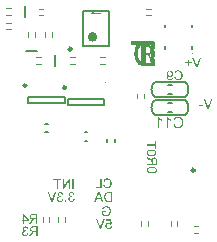
<source format=gbo>
G04*
G04 #@! TF.GenerationSoftware,Altium Limited,Altium Designer,18.0.11 (651)*
G04*
G04 Layer_Color=32896*
%FSAX44Y44*%
%MOMM*%
G71*
G01*
G75*
%ADD19C,0.4000*%
%ADD21C,0.2500*%
%ADD61C,0.1000*%
%ADD62C,0.1500*%
%ADD63C,0.2000*%
G36*
X01011024Y00887314D02*
X01011264D01*
Y00887074D01*
X01011504D01*
Y00886835D01*
Y00886595D01*
Y00886355D01*
X01011264D01*
Y00886116D01*
X01011504D01*
Y00885876D01*
Y00885636D01*
Y00885397D01*
X01011264D01*
Y00885157D01*
X01011504D01*
Y00884917D01*
Y00884678D01*
Y00884438D01*
X01011264D01*
Y00884198D01*
X01011504D01*
Y00883959D01*
Y00883719D01*
Y00883479D01*
X01011264D01*
Y00883240D01*
X01011504D01*
Y00883000D01*
Y00882760D01*
Y00882521D01*
X01011264D01*
Y00882281D01*
X01011504D01*
Y00882041D01*
Y00881802D01*
Y00881562D01*
X01011264D01*
Y00881322D01*
X01011504D01*
Y00881083D01*
Y00880843D01*
Y00880603D01*
X01011264D01*
Y00880364D01*
X01011504D01*
Y00880124D01*
Y00879884D01*
Y00879645D01*
X01011264D01*
Y00879405D01*
X01011504D01*
Y00879165D01*
Y00878926D01*
Y00878686D01*
X01011264D01*
Y00878446D01*
X01011504D01*
Y00878207D01*
Y00877967D01*
Y00877728D01*
X01011264D01*
Y00877488D01*
X01011504D01*
Y00877248D01*
Y00877009D01*
Y00876769D01*
X01011264D01*
Y00876529D01*
X01011504D01*
Y00876290D01*
Y00876050D01*
Y00875810D01*
X01011264D01*
Y00875571D01*
X01011504D01*
Y00875331D01*
Y00875091D01*
Y00874852D01*
X01011264D01*
Y00874612D01*
X01011504D01*
Y00874372D01*
Y00874133D01*
Y00873893D01*
X01011264D01*
Y00873653D01*
X01011504D01*
Y00873413D01*
Y00873174D01*
Y00872934D01*
X01011264D01*
Y00872694D01*
X01011504D01*
Y00872455D01*
Y00872215D01*
Y00871976D01*
X01011264D01*
Y00871736D01*
X01011504D01*
Y00871496D01*
Y00871257D01*
Y00871017D01*
X01011264D01*
Y00870777D01*
X01011504D01*
Y00870538D01*
Y00870298D01*
Y00870058D01*
X01011264D01*
Y00869819D01*
X01011504D01*
Y00869579D01*
Y00869339D01*
Y00869100D01*
X01011264D01*
Y00868860D01*
X01011504D01*
Y00868620D01*
Y00868381D01*
Y00868141D01*
X01011264D01*
Y00867901D01*
X01011504D01*
Y00867662D01*
Y00867422D01*
Y00867182D01*
X01011264D01*
Y00866943D01*
X01011504D01*
Y00866703D01*
X01011264D01*
Y00866463D01*
X01011024D01*
Y00866224D01*
X01010785D01*
Y00866463D01*
X01010545D01*
Y00866224D01*
X01010305D01*
Y00866463D01*
X01010066D01*
Y00866224D01*
X01009826D01*
Y00866463D01*
X01009586D01*
Y00866224D01*
X01009347D01*
Y00866463D01*
X01009107D01*
Y00866224D01*
X01008867D01*
Y00866463D01*
X01008628D01*
Y00866224D01*
X01008388D01*
Y00866463D01*
X01008148D01*
Y00866224D01*
X01007909D01*
Y00866463D01*
X01007669D01*
Y00866224D01*
X01007430D01*
Y00866463D01*
X01007190D01*
Y00866224D01*
X01006950D01*
Y00866463D01*
X01006711D01*
Y00866224D01*
X01006471D01*
Y00866463D01*
X01006231D01*
Y00866224D01*
X01005992D01*
Y00866463D01*
X01005752D01*
Y00866224D01*
X01005512D01*
Y00866463D01*
X01005273D01*
Y00866224D01*
X01005033D01*
Y00866463D01*
X01004793D01*
Y00866224D01*
X01004554D01*
Y00866463D01*
X01004314D01*
Y00866224D01*
X01004074D01*
Y00866463D01*
X01003835D01*
Y00866224D01*
X01003595D01*
Y00866463D01*
X01003355D01*
Y00866224D01*
X01003116D01*
Y00866463D01*
X01001917D01*
Y00866703D01*
X01001678D01*
Y00866463D01*
X01001438D01*
Y00866703D01*
X01001198D01*
Y00866463D01*
X01000959D01*
Y00866703D01*
X01000240D01*
Y00866943D01*
X01000000D01*
Y00867182D01*
X00999760D01*
Y00866943D01*
X01000000D01*
Y00866703D01*
X00999760D01*
Y00866943D01*
X00999521D01*
Y00867182D01*
X00998802D01*
Y00867422D01*
X00998562D01*
Y00867662D01*
X00997843D01*
Y00867901D01*
X00997603D01*
Y00868141D01*
X00997364D01*
Y00868381D01*
X00997124D01*
Y00868620D01*
X00996884D01*
Y00868860D01*
X00996645D01*
Y00869100D01*
X00996405D01*
Y00869339D01*
Y00869579D01*
X00995926D01*
Y00869819D01*
X00996165D01*
Y00870058D01*
X00995926D01*
Y00870298D01*
X00995686D01*
Y00870538D01*
X00995446D01*
Y00870777D01*
Y00871017D01*
Y00871257D01*
X00995207D01*
Y00871496D01*
X00994967D01*
Y00871736D01*
X00995207D01*
Y00871976D01*
X00994967D01*
Y00872215D01*
Y00872455D01*
X00994727D01*
Y00872694D01*
Y00872934D01*
X00994488D01*
Y00873174D01*
X00994727D01*
Y00873413D01*
X00994488D01*
Y00873653D01*
Y00873893D01*
Y00874133D01*
X00994248D01*
Y00874372D01*
X00994488D01*
Y00874612D01*
X00994248D01*
Y00874852D01*
Y00875091D01*
Y00875331D01*
X00994008D01*
Y00875571D01*
X00994248D01*
Y00875810D01*
Y00876050D01*
Y00876290D01*
X00994008D01*
Y00876529D01*
X00994248D01*
Y00876769D01*
Y00877009D01*
Y00877248D01*
X00994008D01*
Y00877488D01*
X00994248D01*
Y00877728D01*
Y00877967D01*
Y00878207D01*
X00994008D01*
Y00878446D01*
X00994248D01*
Y00878686D01*
X00994488D01*
Y00878926D01*
X00994248D01*
Y00879165D01*
X00994488D01*
Y00879405D01*
Y00879645D01*
Y00879884D01*
X00994727D01*
Y00880124D01*
X00994488D01*
Y00880364D01*
X00994727D01*
Y00880603D01*
X00994488D01*
Y00880843D01*
X00994727D01*
Y00881083D01*
X00994967D01*
Y00881322D01*
Y00881562D01*
Y00881802D01*
X00995207D01*
Y00882041D01*
X00994967D01*
Y00882281D01*
X00995207D01*
Y00882521D01*
X00995446D01*
Y00882760D01*
X00995686D01*
Y00883000D01*
Y00883240D01*
Y00883479D01*
X00995926D01*
Y00883719D01*
X00996165D01*
Y00883959D01*
X00996405D01*
Y00884198D01*
X00996645D01*
Y00884438D01*
X00996405D01*
Y00884678D01*
X00996165D01*
Y00884438D01*
X00995446D01*
Y00884678D01*
X00995207D01*
Y00884438D01*
X00994488D01*
Y00884678D01*
X00994248D01*
Y00884438D01*
X00993529D01*
Y00884678D01*
X00993289D01*
Y00884438D01*
X00992570D01*
Y00884678D01*
X00992331D01*
Y00884438D01*
X00992091D01*
Y00884678D01*
X00991852D01*
Y00884917D01*
X00991612D01*
Y00885157D01*
X00991852D01*
Y00885397D01*
X00991612D01*
Y00885636D01*
X00991852D01*
Y00885876D01*
X00991612D01*
Y00886116D01*
X00991852D01*
Y00886355D01*
X00991612D01*
Y00886595D01*
X00991852D01*
Y00886835D01*
X00991612D01*
Y00887074D01*
X00991852D01*
Y00887314D01*
X00992091D01*
Y00887554D01*
X00992331D01*
Y00887314D01*
X00992570D01*
Y00887554D01*
X00992810D01*
Y00887314D01*
X00993050D01*
Y00887554D01*
X00993289D01*
Y00887314D01*
X00993529D01*
Y00887554D01*
X00993769D01*
Y00887314D01*
X00994008D01*
Y00887554D01*
X00994248D01*
Y00887314D01*
X00994488D01*
Y00887554D01*
X00994727D01*
Y00887314D01*
X00994967D01*
Y00887554D01*
X00995207D01*
Y00887314D01*
X00995446D01*
Y00887554D01*
X00995686D01*
Y00887314D01*
X00995926D01*
Y00887554D01*
X00996165D01*
Y00887314D01*
X00996405D01*
Y00887554D01*
X00996645D01*
Y00887314D01*
X00996884D01*
Y00887554D01*
X00997124D01*
Y00887314D01*
X00997364D01*
Y00887554D01*
X00997603D01*
Y00887314D01*
X00997843D01*
Y00887554D01*
X00998083D01*
Y00887314D01*
X00998322D01*
Y00887554D01*
X00998562D01*
Y00887314D01*
X00998802D01*
Y00887554D01*
X00999041D01*
Y00887314D01*
X00999281D01*
Y00887554D01*
X00999521D01*
Y00887314D01*
X00999760D01*
Y00887554D01*
X01000000D01*
Y00887314D01*
X01000240D01*
Y00887554D01*
X01000479D01*
Y00887314D01*
X01000719D01*
Y00887554D01*
X01000959D01*
Y00887314D01*
X01001198D01*
Y00887554D01*
X01001438D01*
Y00887314D01*
X01001678D01*
Y00887554D01*
X01001917D01*
Y00887314D01*
X01002157D01*
Y00887554D01*
X01002397D01*
Y00887314D01*
X01002636D01*
Y00887554D01*
X01002876D01*
Y00887314D01*
X01003116D01*
Y00887554D01*
X01003355D01*
Y00887314D01*
X01003595D01*
Y00887554D01*
X01003835D01*
Y00887314D01*
X01004074D01*
Y00887554D01*
X01004314D01*
Y00887314D01*
X01004554D01*
Y00887554D01*
X01004793D01*
Y00887314D01*
X01005033D01*
Y00887554D01*
X01005273D01*
Y00887314D01*
X01005512D01*
Y00887554D01*
X01005752D01*
Y00887314D01*
X01005992D01*
Y00887554D01*
X01006231D01*
Y00887314D01*
X01006471D01*
Y00887554D01*
X01006711D01*
Y00887314D01*
X01006950D01*
Y00887554D01*
X01007190D01*
Y00887314D01*
X01007430D01*
Y00887554D01*
X01007669D01*
Y00887314D01*
X01007909D01*
Y00887554D01*
X01008148D01*
Y00887314D01*
X01008388D01*
Y00887554D01*
X01008628D01*
Y00887314D01*
X01008867D01*
Y00887554D01*
X01009107D01*
Y00887314D01*
X01009347D01*
Y00887554D01*
X01009586D01*
Y00887314D01*
X01009826D01*
Y00887554D01*
X01010066D01*
Y00887314D01*
X01010305D01*
Y00887554D01*
X01010545D01*
Y00887314D01*
X01010785D01*
Y00887554D01*
X01011024D01*
Y00887314D01*
D02*
G37*
G36*
X01013074Y00796437D02*
X01012109D01*
Y00799133D01*
X01004899D01*
Y00800218D01*
X01012109D01*
Y00802922D01*
X01013074D01*
Y00796437D01*
D02*
G37*
G36*
X01009357Y00795616D02*
X01009556Y00795608D01*
X01009740Y00795592D01*
X01009915Y00795576D01*
X01010067Y00795560D01*
X01010218Y00795544D01*
X01010346Y00795528D01*
X01010465Y00795512D01*
X01010569Y00795496D01*
X01010657Y00795480D01*
X01010729Y00795464D01*
X01010785Y00795448D01*
X01010824Y00795440D01*
X01010848Y00795432D01*
X01010856D01*
X01011112Y00795361D01*
X01011351Y00795273D01*
X01011558Y00795193D01*
X01011646Y00795153D01*
X01011734Y00795113D01*
X01011805Y00795073D01*
X01011877Y00795042D01*
X01011933Y00795010D01*
X01011981Y00794986D01*
X01012021Y00794962D01*
X01012045Y00794946D01*
X01012061Y00794930D01*
X01012069D01*
X01012244Y00794802D01*
X01012404Y00794667D01*
X01012531Y00794531D01*
X01012643Y00794404D01*
X01012723Y00794284D01*
X01012786Y00794196D01*
X01012810Y00794156D01*
X01012818Y00794132D01*
X01012834Y00794117D01*
Y00794109D01*
X01012922Y00793917D01*
X01012994Y00793718D01*
X01013042Y00793526D01*
X01013074Y00793351D01*
X01013082Y00793271D01*
X01013090Y00793191D01*
X01013097Y00793128D01*
X01013105Y00793072D01*
Y00792960D01*
X01013097Y00792793D01*
X01013082Y00792641D01*
X01013058Y00792489D01*
X01013034Y00792354D01*
X01012994Y00792218D01*
X01012954Y00792099D01*
X01012914Y00791987D01*
X01012866Y00791883D01*
X01012818Y00791796D01*
X01012778Y00791708D01*
X01012738Y00791644D01*
X01012699Y00791580D01*
X01012675Y00791540D01*
X01012651Y00791500D01*
X01012635Y00791485D01*
X01012627Y00791477D01*
X01012531Y00791373D01*
X01012428Y00791269D01*
X01012212Y00791086D01*
X01011989Y00790934D01*
X01011766Y00790815D01*
X01011662Y00790759D01*
X01011566Y00790719D01*
X01011486Y00790679D01*
X01011407Y00790647D01*
X01011351Y00790623D01*
X01011303Y00790607D01*
X01011271Y00790591D01*
X01011263D01*
X01011088Y00790543D01*
X01010912Y00790496D01*
X01010521Y00790424D01*
X01010138Y00790368D01*
X01009947Y00790352D01*
X01009764Y00790336D01*
X01009588Y00790320D01*
X01009429Y00790312D01*
X01009293Y00790304D01*
X01009165D01*
X01009070Y00790296D01*
X01008990D01*
X01008942D01*
X01008934D01*
X01008926D01*
X01008512Y00790304D01*
X01008121Y00790328D01*
X01007770Y00790368D01*
X01007435Y00790424D01*
X01007140Y00790480D01*
X01006869Y00790551D01*
X01006621Y00790623D01*
X01006406Y00790703D01*
X01006215Y00790775D01*
X01006047Y00790846D01*
X01005911Y00790918D01*
X01005800Y00790974D01*
X01005712Y00791030D01*
X01005648Y00791070D01*
X01005616Y00791094D01*
X01005600Y00791102D01*
X01005457Y00791229D01*
X01005321Y00791373D01*
X01005210Y00791524D01*
X01005114Y00791676D01*
X01005034Y00791827D01*
X01004970Y00791987D01*
X01004914Y00792139D01*
X01004867Y00792282D01*
X01004835Y00792418D01*
X01004811Y00792545D01*
X01004787Y00792665D01*
X01004779Y00792761D01*
X01004771Y00792848D01*
X01004763Y00792904D01*
Y00792960D01*
X01004771Y00793128D01*
X01004787Y00793279D01*
X01004811Y00793431D01*
X01004835Y00793566D01*
X01004875Y00793702D01*
X01004914Y00793821D01*
X01004954Y00793933D01*
X01005002Y00794037D01*
X01005050Y00794124D01*
X01005090Y00794204D01*
X01005130Y00794276D01*
X01005170Y00794332D01*
X01005194Y00794380D01*
X01005218Y00794412D01*
X01005234Y00794427D01*
X01005241Y00794436D01*
X01005337Y00794539D01*
X01005441Y00794643D01*
X01005656Y00794826D01*
X01005888Y00794978D01*
X01006103Y00795098D01*
X01006207Y00795153D01*
X01006302Y00795193D01*
X01006382Y00795233D01*
X01006462Y00795265D01*
X01006518Y00795289D01*
X01006565Y00795305D01*
X01006597Y00795321D01*
X01006605D01*
X01006781Y00795377D01*
X01006956Y00795424D01*
X01007339Y00795496D01*
X01007730Y00795552D01*
X01007913Y00795568D01*
X01008097Y00795584D01*
X01008272Y00795600D01*
X01008424Y00795608D01*
X01008567Y00795616D01*
X01008687D01*
X01008791Y00795624D01*
X01008862D01*
X01008910D01*
X01008926D01*
X01009149D01*
X01009357Y00795616D01*
D02*
G37*
G36*
X00941365Y00759699D02*
X00941541Y00759683D01*
X00941700Y00759659D01*
X00941852Y00759619D01*
X00941995Y00759579D01*
X00942131Y00759531D01*
X00942259Y00759484D01*
X00942370Y00759428D01*
X00942466Y00759380D01*
X00942562Y00759324D01*
X00942633Y00759276D01*
X00942697Y00759236D01*
X00942753Y00759196D01*
X00942785Y00759173D01*
X00942809Y00759157D01*
X00942817Y00759149D01*
X00942928Y00759037D01*
X00943040Y00758925D01*
X00943136Y00758798D01*
X00943216Y00758670D01*
X00943295Y00758542D01*
X00943359Y00758407D01*
X00943423Y00758279D01*
X00943471Y00758160D01*
X00943519Y00758040D01*
X00943551Y00757936D01*
X00943583Y00757833D01*
X00943606Y00757753D01*
X00943622Y00757681D01*
X00943638Y00757633D01*
X00943646Y00757593D01*
Y00757585D01*
X00942641Y00757410D01*
X00942617Y00757545D01*
X00942594Y00757665D01*
X00942554Y00757785D01*
X00942522Y00757888D01*
X00942482Y00757992D01*
X00942442Y00758080D01*
X00942394Y00758160D01*
X00942354Y00758239D01*
X00942314Y00758303D01*
X00942274Y00758359D01*
X00942243Y00758407D01*
X00942211Y00758439D01*
X00942187Y00758471D01*
X00942163Y00758495D01*
X00942155Y00758503D01*
X00942147Y00758511D01*
X00942075Y00758574D01*
X00941995Y00758638D01*
X00941828Y00758726D01*
X00941668Y00758798D01*
X00941509Y00758838D01*
X00941373Y00758869D01*
X00941317Y00758877D01*
X00941262D01*
X00941222Y00758885D01*
X00941054D01*
X00940958Y00758869D01*
X00940767Y00758830D01*
X00940600Y00758766D01*
X00940464Y00758702D01*
X00940352Y00758638D01*
X00940265Y00758574D01*
X00940241Y00758550D01*
X00940217Y00758534D01*
X00940209Y00758527D01*
X00940201Y00758519D01*
X00940137Y00758447D01*
X00940073Y00758375D01*
X00939986Y00758223D01*
X00939914Y00758072D01*
X00939874Y00757928D01*
X00939842Y00757801D01*
X00939834Y00757745D01*
Y00757697D01*
X00939826Y00757657D01*
Y00757625D01*
Y00757609D01*
Y00757601D01*
X00939834Y00757474D01*
X00939850Y00757362D01*
X00939874Y00757250D01*
X00939906Y00757147D01*
X00939946Y00757059D01*
X00939994Y00756971D01*
X00940033Y00756891D01*
X00940081Y00756828D01*
X00940137Y00756764D01*
X00940177Y00756716D01*
X00940225Y00756668D01*
X00940265Y00756636D01*
X00940297Y00756604D01*
X00940321Y00756588D01*
X00940336Y00756581D01*
X00940344Y00756572D01*
X00940544Y00756461D01*
X00940743Y00756381D01*
X00940935Y00756317D01*
X00941118Y00756277D01*
X00941198Y00756269D01*
X00941270Y00756254D01*
X00941333Y00756245D01*
X00941389D01*
X00941437Y00756237D01*
X00941549D01*
X00941605Y00756245D01*
X00941644Y00756254D01*
X00941660D01*
X00941772Y00755376D01*
X00941620Y00755408D01*
X00941485Y00755440D01*
X00941365Y00755456D01*
X00941262Y00755464D01*
X00941182Y00755472D01*
X00941118Y00755480D01*
X00941070D01*
X00940943Y00755472D01*
X00940823Y00755464D01*
X00940600Y00755408D01*
X00940400Y00755336D01*
X00940312Y00755296D01*
X00940233Y00755257D01*
X00940161Y00755217D01*
X00940105Y00755177D01*
X00940049Y00755137D01*
X00940002Y00755105D01*
X00939970Y00755073D01*
X00939946Y00755049D01*
X00939930Y00755041D01*
X00939922Y00755033D01*
X00939842Y00754946D01*
X00939770Y00754858D01*
X00939714Y00754762D01*
X00939659Y00754666D01*
X00939611Y00754571D01*
X00939579Y00754475D01*
X00939523Y00754299D01*
X00939507Y00754212D01*
X00939491Y00754140D01*
X00939483Y00754068D01*
X00939475Y00754012D01*
X00939467Y00753957D01*
Y00753925D01*
Y00753901D01*
Y00753893D01*
X00939475Y00753757D01*
X00939491Y00753630D01*
X00939515Y00753510D01*
X00939539Y00753398D01*
X00939619Y00753191D01*
X00939667Y00753095D01*
X00939706Y00753015D01*
X00939754Y00752936D01*
X00939802Y00752872D01*
X00939842Y00752816D01*
X00939874Y00752768D01*
X00939906Y00752728D01*
X00939930Y00752704D01*
X00939946Y00752688D01*
X00939954Y00752680D01*
X00940049Y00752593D01*
X00940145Y00752521D01*
X00940241Y00752457D01*
X00940344Y00752401D01*
X00940448Y00752353D01*
X00940544Y00752314D01*
X00940735Y00752258D01*
X00940823Y00752234D01*
X00940903Y00752218D01*
X00940966Y00752210D01*
X00941030Y00752202D01*
X00941078Y00752194D01*
X00941150D01*
X00941262Y00752202D01*
X00941365Y00752210D01*
X00941557Y00752250D01*
X00941732Y00752314D01*
X00941884Y00752385D01*
X00942003Y00752449D01*
X00942051Y00752481D01*
X00942091Y00752513D01*
X00942123Y00752537D01*
X00942147Y00752553D01*
X00942155Y00752569D01*
X00942163D01*
X00942235Y00752648D01*
X00942306Y00752728D01*
X00942426Y00752920D01*
X00942530Y00753127D01*
X00942609Y00753326D01*
X00942641Y00753422D01*
X00942673Y00753510D01*
X00942697Y00753598D01*
X00942713Y00753661D01*
X00942729Y00753725D01*
X00942737Y00753765D01*
X00942745Y00753797D01*
Y00753805D01*
X00943750Y00753669D01*
X00943726Y00753478D01*
X00943686Y00753303D01*
X00943638Y00753135D01*
X00943583Y00752975D01*
X00943519Y00752824D01*
X00943455Y00752688D01*
X00943383Y00752561D01*
X00943311Y00752449D01*
X00943240Y00752345D01*
X00943176Y00752258D01*
X00943112Y00752186D01*
X00943056Y00752122D01*
X00943008Y00752066D01*
X00942976Y00752034D01*
X00942952Y00752010D01*
X00942944Y00752002D01*
X00942809Y00751891D01*
X00942665Y00751795D01*
X00942514Y00751707D01*
X00942362Y00751636D01*
X00942219Y00751572D01*
X00942067Y00751524D01*
X00941924Y00751476D01*
X00941788Y00751444D01*
X00941652Y00751420D01*
X00941533Y00751396D01*
X00941429Y00751380D01*
X00941333Y00751372D01*
X00941262D01*
X00941206Y00751364D01*
X00941158D01*
X00940935Y00751372D01*
X00940727Y00751396D01*
X00940528Y00751436D01*
X00940344Y00751484D01*
X00940169Y00751540D01*
X00940009Y00751596D01*
X00939858Y00751667D01*
X00939722Y00751739D01*
X00939595Y00751803D01*
X00939491Y00751875D01*
X00939395Y00751931D01*
X00939324Y00751994D01*
X00939260Y00752034D01*
X00939212Y00752074D01*
X00939188Y00752098D01*
X00939180Y00752106D01*
X00939044Y00752250D01*
X00938925Y00752393D01*
X00938821Y00752553D01*
X00938725Y00752704D01*
X00938654Y00752856D01*
X00938590Y00753007D01*
X00938534Y00753151D01*
X00938494Y00753287D01*
X00938462Y00753422D01*
X00938438Y00753542D01*
X00938422Y00753645D01*
X00938406Y00753741D01*
Y00753813D01*
X00938398Y00753869D01*
Y00753909D01*
Y00753917D01*
X00938406Y00754060D01*
X00938414Y00754204D01*
X00938462Y00754459D01*
X00938494Y00754571D01*
X00938526Y00754682D01*
X00938566Y00754778D01*
X00938598Y00754874D01*
X00938638Y00754953D01*
X00938678Y00755025D01*
X00938709Y00755089D01*
X00938741Y00755137D01*
X00938765Y00755177D01*
X00938789Y00755209D01*
X00938797Y00755225D01*
X00938805Y00755233D01*
X00938885Y00755328D01*
X00938965Y00755416D01*
X00939148Y00755560D01*
X00939340Y00755687D01*
X00939515Y00755775D01*
X00939682Y00755847D01*
X00939746Y00755871D01*
X00939810Y00755895D01*
X00939858Y00755910D01*
X00939898Y00755919D01*
X00939922Y00755927D01*
X00939930D01*
X00939730Y00756030D01*
X00939563Y00756142D01*
X00939419Y00756254D01*
X00939300Y00756365D01*
X00939204Y00756461D01*
X00939140Y00756541D01*
X00939116Y00756572D01*
X00939100Y00756596D01*
X00939084Y00756604D01*
Y00756612D01*
X00938989Y00756780D01*
X00938917Y00756947D01*
X00938869Y00757107D01*
X00938829Y00757258D01*
X00938813Y00757386D01*
X00938805Y00757442D01*
Y00757490D01*
X00938797Y00757530D01*
Y00757553D01*
Y00757569D01*
Y00757577D01*
X00938813Y00757785D01*
X00938845Y00757976D01*
X00938893Y00758160D01*
X00938949Y00758311D01*
X00939005Y00758447D01*
X00939028Y00758503D01*
X00939052Y00758542D01*
X00939068Y00758582D01*
X00939084Y00758606D01*
X00939100Y00758622D01*
Y00758630D01*
X00939220Y00758806D01*
X00939355Y00758965D01*
X00939499Y00759101D01*
X00939643Y00759212D01*
X00939770Y00759300D01*
X00939818Y00759340D01*
X00939866Y00759364D01*
X00939906Y00759388D01*
X00939938Y00759404D01*
X00939954Y00759420D01*
X00939962D01*
X00940177Y00759516D01*
X00940392Y00759587D01*
X00940592Y00759635D01*
X00940783Y00759675D01*
X00940871Y00759683D01*
X00940951Y00759691D01*
X00941014Y00759699D01*
X00941078D01*
X00941126Y00759707D01*
X00941190D01*
X00941365Y00759699D01*
D02*
G37*
G36*
X00931842D02*
X00932018Y00759683D01*
X00932177Y00759659D01*
X00932329Y00759619D01*
X00932473Y00759579D01*
X00932608Y00759531D01*
X00932736Y00759484D01*
X00932847Y00759428D01*
X00932943Y00759380D01*
X00933039Y00759324D01*
X00933111Y00759276D01*
X00933174Y00759236D01*
X00933230Y00759196D01*
X00933262Y00759173D01*
X00933286Y00759157D01*
X00933294Y00759149D01*
X00933406Y00759037D01*
X00933517Y00758925D01*
X00933613Y00758798D01*
X00933693Y00758670D01*
X00933773Y00758542D01*
X00933836Y00758407D01*
X00933900Y00758279D01*
X00933948Y00758160D01*
X00933996Y00758040D01*
X00934028Y00757936D01*
X00934060Y00757833D01*
X00934084Y00757753D01*
X00934100Y00757681D01*
X00934116Y00757633D01*
X00934124Y00757593D01*
Y00757585D01*
X00933119Y00757410D01*
X00933095Y00757545D01*
X00933071Y00757665D01*
X00933031Y00757785D01*
X00932999Y00757888D01*
X00932959Y00757992D01*
X00932919Y00758080D01*
X00932871Y00758160D01*
X00932831Y00758239D01*
X00932792Y00758303D01*
X00932752Y00758359D01*
X00932720Y00758407D01*
X00932688Y00758439D01*
X00932664Y00758471D01*
X00932640Y00758495D01*
X00932632Y00758503D01*
X00932624Y00758511D01*
X00932552Y00758574D01*
X00932473Y00758638D01*
X00932305Y00758726D01*
X00932145Y00758798D01*
X00931986Y00758838D01*
X00931850Y00758869D01*
X00931795Y00758877D01*
X00931739D01*
X00931699Y00758885D01*
X00931531D01*
X00931436Y00758869D01*
X00931244Y00758830D01*
X00931077Y00758766D01*
X00930941Y00758702D01*
X00930829Y00758638D01*
X00930742Y00758574D01*
X00930718Y00758550D01*
X00930694Y00758534D01*
X00930686Y00758527D01*
X00930678Y00758519D01*
X00930614Y00758447D01*
X00930550Y00758375D01*
X00930463Y00758223D01*
X00930391Y00758072D01*
X00930351Y00757928D01*
X00930319Y00757801D01*
X00930311Y00757745D01*
Y00757697D01*
X00930303Y00757657D01*
Y00757625D01*
Y00757609D01*
Y00757601D01*
X00930311Y00757474D01*
X00930327Y00757362D01*
X00930351Y00757250D01*
X00930383Y00757147D01*
X00930423Y00757059D01*
X00930471Y00756971D01*
X00930510Y00756891D01*
X00930558Y00756828D01*
X00930614Y00756764D01*
X00930654Y00756716D01*
X00930702Y00756668D01*
X00930742Y00756636D01*
X00930774Y00756604D01*
X00930798Y00756588D01*
X00930814Y00756581D01*
X00930822Y00756572D01*
X00931021Y00756461D01*
X00931220Y00756381D01*
X00931412Y00756317D01*
X00931595Y00756277D01*
X00931675Y00756269D01*
X00931747Y00756254D01*
X00931811Y00756245D01*
X00931866D01*
X00931914Y00756237D01*
X00932026D01*
X00932082Y00756245D01*
X00932122Y00756254D01*
X00932138D01*
X00932249Y00755376D01*
X00932098Y00755408D01*
X00931962Y00755440D01*
X00931842Y00755456D01*
X00931739Y00755464D01*
X00931659Y00755472D01*
X00931595Y00755480D01*
X00931547D01*
X00931420Y00755472D01*
X00931300Y00755464D01*
X00931077Y00755408D01*
X00930877Y00755336D01*
X00930790Y00755296D01*
X00930710Y00755257D01*
X00930638Y00755217D01*
X00930582Y00755177D01*
X00930527Y00755137D01*
X00930479Y00755105D01*
X00930447Y00755073D01*
X00930423Y00755049D01*
X00930407Y00755041D01*
X00930399Y00755033D01*
X00930319Y00754946D01*
X00930247Y00754858D01*
X00930191Y00754762D01*
X00930136Y00754666D01*
X00930088Y00754571D01*
X00930056Y00754475D01*
X00930000Y00754299D01*
X00929984Y00754212D01*
X00929968Y00754140D01*
X00929960Y00754068D01*
X00929952Y00754012D01*
X00929944Y00753957D01*
Y00753925D01*
Y00753901D01*
Y00753893D01*
X00929952Y00753757D01*
X00929968Y00753630D01*
X00929992Y00753510D01*
X00930016Y00753398D01*
X00930096Y00753191D01*
X00930144Y00753095D01*
X00930183Y00753015D01*
X00930231Y00752936D01*
X00930279Y00752872D01*
X00930319Y00752816D01*
X00930351Y00752768D01*
X00930383Y00752728D01*
X00930407Y00752704D01*
X00930423Y00752688D01*
X00930431Y00752680D01*
X00930527Y00752593D01*
X00930622Y00752521D01*
X00930718Y00752457D01*
X00930822Y00752401D01*
X00930925Y00752353D01*
X00931021Y00752314D01*
X00931212Y00752258D01*
X00931300Y00752234D01*
X00931380Y00752218D01*
X00931444Y00752210D01*
X00931507Y00752202D01*
X00931555Y00752194D01*
X00931627D01*
X00931739Y00752202D01*
X00931842Y00752210D01*
X00932034Y00752250D01*
X00932209Y00752314D01*
X00932361Y00752385D01*
X00932480Y00752449D01*
X00932528Y00752481D01*
X00932568Y00752513D01*
X00932600Y00752537D01*
X00932624Y00752553D01*
X00932632Y00752569D01*
X00932640D01*
X00932712Y00752648D01*
X00932784Y00752728D01*
X00932903Y00752920D01*
X00933007Y00753127D01*
X00933087Y00753326D01*
X00933119Y00753422D01*
X00933150Y00753510D01*
X00933174Y00753598D01*
X00933190Y00753661D01*
X00933206Y00753725D01*
X00933214Y00753765D01*
X00933222Y00753797D01*
Y00753805D01*
X00934227Y00753669D01*
X00934203Y00753478D01*
X00934163Y00753303D01*
X00934116Y00753135D01*
X00934060Y00752975D01*
X00933996Y00752824D01*
X00933932Y00752688D01*
X00933860Y00752561D01*
X00933789Y00752449D01*
X00933717Y00752345D01*
X00933653Y00752258D01*
X00933589Y00752186D01*
X00933533Y00752122D01*
X00933485Y00752066D01*
X00933454Y00752034D01*
X00933430Y00752010D01*
X00933422Y00752002D01*
X00933286Y00751891D01*
X00933142Y00751795D01*
X00932991Y00751707D01*
X00932839Y00751636D01*
X00932696Y00751572D01*
X00932544Y00751524D01*
X00932401Y00751476D01*
X00932265Y00751444D01*
X00932130Y00751420D01*
X00932010Y00751396D01*
X00931906Y00751380D01*
X00931811Y00751372D01*
X00931739D01*
X00931683Y00751364D01*
X00931635D01*
X00931412Y00751372D01*
X00931204Y00751396D01*
X00931005Y00751436D01*
X00930822Y00751484D01*
X00930646Y00751540D01*
X00930487Y00751596D01*
X00930335Y00751667D01*
X00930200Y00751739D01*
X00930072Y00751803D01*
X00929968Y00751875D01*
X00929873Y00751931D01*
X00929801Y00751994D01*
X00929737Y00752034D01*
X00929689Y00752074D01*
X00929665Y00752098D01*
X00929657Y00752106D01*
X00929521Y00752250D01*
X00929402Y00752393D01*
X00929298Y00752553D01*
X00929202Y00752704D01*
X00929131Y00752856D01*
X00929067Y00753007D01*
X00929011Y00753151D01*
X00928971Y00753287D01*
X00928939Y00753422D01*
X00928915Y00753542D01*
X00928899Y00753645D01*
X00928884Y00753741D01*
Y00753813D01*
X00928876Y00753869D01*
Y00753909D01*
Y00753917D01*
X00928884Y00754060D01*
X00928892Y00754204D01*
X00928939Y00754459D01*
X00928971Y00754571D01*
X00929003Y00754682D01*
X00929043Y00754778D01*
X00929075Y00754874D01*
X00929115Y00754953D01*
X00929155Y00755025D01*
X00929187Y00755089D01*
X00929219Y00755137D01*
X00929242Y00755177D01*
X00929266Y00755209D01*
X00929274Y00755225D01*
X00929282Y00755233D01*
X00929362Y00755328D01*
X00929442Y00755416D01*
X00929625Y00755560D01*
X00929817Y00755687D01*
X00929992Y00755775D01*
X00930160Y00755847D01*
X00930223Y00755871D01*
X00930287Y00755895D01*
X00930335Y00755910D01*
X00930375Y00755919D01*
X00930399Y00755927D01*
X00930407D01*
X00930207Y00756030D01*
X00930040Y00756142D01*
X00929896Y00756254D01*
X00929777Y00756365D01*
X00929681Y00756461D01*
X00929617Y00756541D01*
X00929593Y00756572D01*
X00929577Y00756596D01*
X00929561Y00756604D01*
Y00756612D01*
X00929466Y00756780D01*
X00929394Y00756947D01*
X00929346Y00757107D01*
X00929306Y00757258D01*
X00929290Y00757386D01*
X00929282Y00757442D01*
Y00757490D01*
X00929274Y00757530D01*
Y00757553D01*
Y00757569D01*
Y00757577D01*
X00929290Y00757785D01*
X00929322Y00757976D01*
X00929370Y00758160D01*
X00929426Y00758311D01*
X00929482Y00758447D01*
X00929506Y00758503D01*
X00929529Y00758542D01*
X00929546Y00758582D01*
X00929561Y00758606D01*
X00929577Y00758622D01*
Y00758630D01*
X00929697Y00758806D01*
X00929833Y00758965D01*
X00929976Y00759101D01*
X00930120Y00759212D01*
X00930247Y00759300D01*
X00930295Y00759340D01*
X00930343Y00759364D01*
X00930383Y00759388D01*
X00930415Y00759404D01*
X00930431Y00759420D01*
X00930439D01*
X00930654Y00759516D01*
X00930869Y00759587D01*
X00931069Y00759635D01*
X00931260Y00759675D01*
X00931348Y00759683D01*
X00931428Y00759691D01*
X00931491Y00759699D01*
X00931555D01*
X00931603Y00759707D01*
X00931667D01*
X00931842Y00759699D01*
D02*
G37*
G36*
X00925151Y00751500D02*
X00924026D01*
X00920828Y00759675D01*
X00921929D01*
X00924146Y00753733D01*
X00924234Y00753486D01*
X00924321Y00753239D01*
X00924393Y00753015D01*
X00924457Y00752816D01*
X00924489Y00752720D01*
X00924513Y00752641D01*
X00924529Y00752569D01*
X00924553Y00752505D01*
X00924569Y00752457D01*
X00924577Y00752425D01*
X00924585Y00752401D01*
Y00752393D01*
X00924656Y00752633D01*
X00924728Y00752864D01*
X00924800Y00753087D01*
X00924864Y00753295D01*
X00924896Y00753390D01*
X00924928Y00753470D01*
X00924951Y00753550D01*
X00924975Y00753614D01*
X00924991Y00753661D01*
X00925007Y00753701D01*
X00925015Y00753725D01*
Y00753733D01*
X00927137Y00759675D01*
X00928309D01*
X00925151Y00751500D01*
D02*
G37*
G36*
X00936843D02*
X00935703D01*
Y00752641D01*
X00936843D01*
Y00751500D01*
D02*
G37*
G36*
X01007467Y00788304D02*
X01007699Y00788144D01*
X01007914Y00787985D01*
X01008097Y00787833D01*
X01008257Y00787698D01*
X01008329Y00787634D01*
X01008384Y00787578D01*
X01008440Y00787530D01*
X01008480Y00787490D01*
X01008512Y00787458D01*
X01008544Y00787434D01*
X01008552Y00787418D01*
X01008560Y00787410D01*
X01008632Y00787315D01*
X01008711Y00787211D01*
X01008775Y00787107D01*
X01008839Y00787004D01*
X01008887Y00786908D01*
X01008935Y00786828D01*
X01008943Y00786796D01*
X01008959Y00786772D01*
X01008967Y00786764D01*
Y00786756D01*
X01008998Y00786972D01*
X01009046Y00787171D01*
X01009094Y00787355D01*
X01009150Y00787522D01*
X01009214Y00787682D01*
X01009278Y00787825D01*
X01009342Y00787953D01*
X01009405Y00788064D01*
X01009469Y00788168D01*
X01009525Y00788256D01*
X01009581Y00788327D01*
X01009629Y00788391D01*
X01009669Y00788439D01*
X01009700Y00788471D01*
X01009716Y00788487D01*
X01009724Y00788495D01*
X01009836Y00788599D01*
X01009956Y00788679D01*
X01010083Y00788758D01*
X01010203Y00788822D01*
X01010331Y00788878D01*
X01010450Y00788926D01*
X01010570Y00788958D01*
X01010681Y00788989D01*
X01010785Y00789013D01*
X01010889Y00789029D01*
X01010968Y00789045D01*
X01011048Y00789053D01*
X01011104Y00789061D01*
X01011152D01*
X01011184D01*
X01011192D01*
X01011319D01*
X01011439Y00789045D01*
X01011670Y00789006D01*
X01011878Y00788950D01*
X01012061Y00788894D01*
X01012141Y00788862D01*
X01012205Y00788830D01*
X01012269Y00788798D01*
X01012324Y00788774D01*
X01012364Y00788750D01*
X01012396Y00788734D01*
X01012412Y00788726D01*
X01012420Y00788718D01*
X01012611Y00788583D01*
X01012779Y00788431D01*
X01012915Y00788280D01*
X01013018Y00788136D01*
X01013098Y00788008D01*
X01013130Y00787953D01*
X01013162Y00787905D01*
X01013178Y00787865D01*
X01013194Y00787833D01*
X01013202Y00787817D01*
Y00787809D01*
X01013242Y00787698D01*
X01013273Y00787578D01*
X01013329Y00787315D01*
X01013369Y00787036D01*
X01013401Y00786764D01*
X01013409Y00786645D01*
X01013417Y00786525D01*
Y00786421D01*
X01013425Y00786334D01*
Y00782529D01*
X01005250D01*
Y00783614D01*
X01008879D01*
Y00785010D01*
X01008871Y00785137D01*
X01008863Y00785241D01*
Y00785321D01*
X01008855Y00785385D01*
X01008847Y00785432D01*
X01008839Y00785456D01*
Y00785464D01*
X01008815Y00785560D01*
X01008775Y00785648D01*
X01008743Y00785727D01*
X01008703Y00785799D01*
X01008671Y00785863D01*
X01008640Y00785911D01*
X01008624Y00785943D01*
X01008616Y00785951D01*
X01008552Y00786047D01*
X01008464Y00786142D01*
X01008376Y00786230D01*
X01008289Y00786318D01*
X01008209Y00786389D01*
X01008137Y00786453D01*
X01008089Y00786485D01*
X01008081Y00786501D01*
X01008073D01*
X01007994Y00786565D01*
X01007914Y00786621D01*
X01007730Y00786756D01*
X01007547Y00786884D01*
X01007364Y00787012D01*
X01007204Y00787115D01*
X01007132Y00787163D01*
X01007068Y00787203D01*
X01007021Y00787235D01*
X01006981Y00787259D01*
X01006957Y00787275D01*
X01006949Y00787283D01*
X01005250Y00788367D01*
Y00789715D01*
X01007467Y00788304D01*
D02*
G37*
G36*
X01009708Y00781070D02*
X01009908Y00781062D01*
X01010091Y00781046D01*
X01010267Y00781030D01*
X01010418Y00781014D01*
X01010570Y00780998D01*
X01010697Y00780982D01*
X01010817Y00780966D01*
X01010921Y00780950D01*
X01011008Y00780934D01*
X01011080Y00780918D01*
X01011136Y00780902D01*
X01011176Y00780894D01*
X01011200Y00780886D01*
X01011208D01*
X01011463Y00780815D01*
X01011702Y00780727D01*
X01011910Y00780647D01*
X01011997Y00780607D01*
X01012085Y00780567D01*
X01012157Y00780527D01*
X01012229Y00780496D01*
X01012284Y00780464D01*
X01012332Y00780440D01*
X01012372Y00780416D01*
X01012396Y00780400D01*
X01012412Y00780384D01*
X01012420D01*
X01012596Y00780256D01*
X01012755Y00780121D01*
X01012883Y00779985D01*
X01012994Y00779857D01*
X01013074Y00779738D01*
X01013138Y00779650D01*
X01013162Y00779610D01*
X01013170Y00779586D01*
X01013186Y00779570D01*
Y00779562D01*
X01013273Y00779371D01*
X01013345Y00779172D01*
X01013393Y00778980D01*
X01013425Y00778805D01*
X01013433Y00778725D01*
X01013441Y00778645D01*
X01013449Y00778581D01*
X01013457Y00778525D01*
Y00778414D01*
X01013449Y00778246D01*
X01013433Y00778095D01*
X01013409Y00777943D01*
X01013385Y00777808D01*
X01013345Y00777672D01*
X01013305Y00777552D01*
X01013266Y00777441D01*
X01013218Y00777337D01*
X01013170Y00777249D01*
X01013130Y00777162D01*
X01013090Y00777098D01*
X01013050Y00777034D01*
X01013026Y00776994D01*
X01013002Y00776954D01*
X01012986Y00776938D01*
X01012978Y00776930D01*
X01012883Y00776827D01*
X01012779Y00776723D01*
X01012564Y00776540D01*
X01012340Y00776388D01*
X01012117Y00776268D01*
X01012013Y00776213D01*
X01011918Y00776173D01*
X01011838Y00776133D01*
X01011758Y00776101D01*
X01011702Y00776077D01*
X01011654Y00776061D01*
X01011622Y00776045D01*
X01011615D01*
X01011439Y00775997D01*
X01011264Y00775949D01*
X01010873Y00775878D01*
X01010490Y00775822D01*
X01010299Y00775806D01*
X01010115Y00775790D01*
X01009940Y00775774D01*
X01009780Y00775766D01*
X01009645Y00775758D01*
X01009517D01*
X01009421Y00775750D01*
X01009342D01*
X01009294D01*
X01009286D01*
X01009278D01*
X01008863Y00775758D01*
X01008472Y00775782D01*
X01008121Y00775822D01*
X01007786Y00775878D01*
X01007491Y00775933D01*
X01007220Y00776005D01*
X01006973Y00776077D01*
X01006757Y00776157D01*
X01006566Y00776228D01*
X01006398Y00776300D01*
X01006263Y00776372D01*
X01006151Y00776428D01*
X01006064Y00776484D01*
X01006000Y00776524D01*
X01005968Y00776548D01*
X01005952Y00776555D01*
X01005808Y00776683D01*
X01005673Y00776827D01*
X01005561Y00776978D01*
X01005465Y00777130D01*
X01005386Y00777281D01*
X01005322Y00777441D01*
X01005266Y00777592D01*
X01005218Y00777736D01*
X01005186Y00777871D01*
X01005162Y00777999D01*
X01005138Y00778119D01*
X01005130Y00778214D01*
X01005122Y00778302D01*
X01005114Y00778358D01*
Y00778414D01*
X01005122Y00778581D01*
X01005138Y00778733D01*
X01005162Y00778884D01*
X01005186Y00779020D01*
X01005226Y00779156D01*
X01005266Y00779275D01*
X01005306Y00779387D01*
X01005354Y00779491D01*
X01005402Y00779578D01*
X01005441Y00779658D01*
X01005481Y00779730D01*
X01005521Y00779786D01*
X01005545Y00779834D01*
X01005569Y00779865D01*
X01005585Y00779881D01*
X01005593Y00779889D01*
X01005689Y00779993D01*
X01005792Y00780097D01*
X01006008Y00780280D01*
X01006239Y00780432D01*
X01006454Y00780551D01*
X01006558Y00780607D01*
X01006654Y00780647D01*
X01006733Y00780687D01*
X01006813Y00780719D01*
X01006869Y00780743D01*
X01006917Y00780759D01*
X01006949Y00780775D01*
X01006957D01*
X01007132Y00780831D01*
X01007308Y00780878D01*
X01007691Y00780950D01*
X01008081Y00781006D01*
X01008265Y00781022D01*
X01008448Y00781038D01*
X01008624Y00781054D01*
X01008775Y00781062D01*
X01008919Y00781070D01*
X01009038D01*
X01009142Y00781078D01*
X01009214D01*
X01009262D01*
X01009278D01*
X01009501D01*
X01009708Y00781070D01*
D02*
G37*
G36*
X01052572Y00832707D02*
X01049486D01*
Y00833719D01*
X01052572D01*
Y00832707D01*
D02*
G37*
G36*
X01057342Y00830250D02*
X01056217D01*
X01053019Y00838425D01*
X01054119D01*
X01056337Y00832483D01*
X01056424Y00832236D01*
X01056512Y00831989D01*
X01056584Y00831765D01*
X01056648Y00831566D01*
X01056680Y00831470D01*
X01056704Y00831391D01*
X01056720Y00831319D01*
X01056743Y00831255D01*
X01056759Y00831207D01*
X01056767Y00831175D01*
X01056775Y00831151D01*
Y00831143D01*
X01056847Y00831383D01*
X01056919Y00831614D01*
X01056991Y00831837D01*
X01057055Y00832045D01*
X01057086Y00832140D01*
X01057118Y00832220D01*
X01057142Y00832300D01*
X01057166Y00832364D01*
X01057182Y00832411D01*
X01057198Y00832451D01*
X01057206Y00832475D01*
Y00832483D01*
X01059328Y00838425D01*
X01060500D01*
X01057342Y00830250D01*
D02*
G37*
G36*
X01040568Y00869748D02*
X01042793D01*
Y00868815D01*
X01040568D01*
Y00866574D01*
X01039619D01*
Y00868815D01*
X01037394D01*
Y00869748D01*
X01039619D01*
Y00871973D01*
X01040568D01*
Y00869748D01*
D02*
G37*
G36*
X01047842Y00865250D02*
X01046717D01*
X01043519Y00873425D01*
X01044620D01*
X01046837Y00867483D01*
X01046925Y00867236D01*
X01047012Y00866989D01*
X01047084Y00866765D01*
X01047148Y00866566D01*
X01047180Y00866470D01*
X01047204Y00866391D01*
X01047220Y00866319D01*
X01047243Y00866255D01*
X01047259Y00866207D01*
X01047267Y00866175D01*
X01047275Y00866151D01*
Y00866143D01*
X01047347Y00866383D01*
X01047419Y00866614D01*
X01047491Y00866837D01*
X01047554Y00867045D01*
X01047586Y00867140D01*
X01047618Y00867220D01*
X01047642Y00867300D01*
X01047666Y00867364D01*
X01047682Y00867411D01*
X01047698Y00867451D01*
X01047706Y00867475D01*
Y00867483D01*
X01049828Y00873425D01*
X01051000D01*
X01047842Y00865250D01*
D02*
G37*
G36*
X00940025Y00762750D02*
X00938988D01*
Y00769162D01*
X00934697Y00762750D01*
X00933581D01*
Y00770925D01*
X00934618D01*
Y00764505D01*
X00938916Y00770925D01*
X00940025D01*
Y00762750D01*
D02*
G37*
G36*
X00943000D02*
X00941915D01*
Y00770925D01*
X00943000D01*
Y00762750D01*
D02*
G37*
G36*
X00932384Y00769960D02*
X00929689D01*
Y00762750D01*
X00928604D01*
Y00769960D01*
X00925900D01*
Y00770925D01*
X00932384D01*
Y00769960D01*
D02*
G37*
G36*
X00971589Y00771311D02*
X00971789Y00771295D01*
X00971972Y00771271D01*
X00972156Y00771239D01*
X00972331Y00771207D01*
X00972498Y00771159D01*
X00972650Y00771119D01*
X00972785Y00771071D01*
X00972921Y00771023D01*
X00973033Y00770984D01*
X00973137Y00770936D01*
X00973216Y00770904D01*
X00973288Y00770872D01*
X00973336Y00770848D01*
X00973368Y00770832D01*
X00973376Y00770824D01*
X00973543Y00770728D01*
X00973695Y00770617D01*
X00973838Y00770505D01*
X00973974Y00770385D01*
X00974093Y00770266D01*
X00974213Y00770146D01*
X00974317Y00770026D01*
X00974405Y00769915D01*
X00974492Y00769803D01*
X00974564Y00769699D01*
X00974620Y00769612D01*
X00974676Y00769532D01*
X00974716Y00769468D01*
X00974740Y00769412D01*
X00974755Y00769380D01*
X00974763Y00769372D01*
X00974851Y00769189D01*
X00974923Y00769006D01*
X00974987Y00768814D01*
X00975043Y00768623D01*
X00975090Y00768439D01*
X00975130Y00768248D01*
X00975162Y00768073D01*
X00975186Y00767905D01*
X00975210Y00767746D01*
X00975226Y00767602D01*
X00975234Y00767474D01*
X00975242Y00767363D01*
X00975250Y00767275D01*
Y00767203D01*
Y00767163D01*
Y00767147D01*
X00975242Y00766932D01*
X00975234Y00766717D01*
X00975210Y00766509D01*
X00975186Y00766310D01*
X00975146Y00766118D01*
X00975114Y00765935D01*
X00975074Y00765768D01*
X00975035Y00765608D01*
X00974995Y00765464D01*
X00974955Y00765337D01*
X00974915Y00765225D01*
X00974883Y00765129D01*
X00974859Y00765058D01*
X00974835Y00765002D01*
X00974827Y00764970D01*
X00974819Y00764954D01*
X00974732Y00764771D01*
X00974644Y00764595D01*
X00974540Y00764436D01*
X00974445Y00764284D01*
X00974341Y00764140D01*
X00974237Y00764013D01*
X00974133Y00763901D01*
X00974030Y00763798D01*
X00973934Y00763702D01*
X00973846Y00763622D01*
X00973774Y00763550D01*
X00973703Y00763503D01*
X00973647Y00763455D01*
X00973599Y00763423D01*
X00973575Y00763407D01*
X00973567Y00763399D01*
X00973408Y00763303D01*
X00973240Y00763223D01*
X00973057Y00763151D01*
X00972881Y00763088D01*
X00972698Y00763040D01*
X00972522Y00762992D01*
X00972347Y00762960D01*
X00972179Y00762928D01*
X00972020Y00762912D01*
X00971876Y00762896D01*
X00971749Y00762880D01*
X00971637Y00762872D01*
X00971541Y00762864D01*
X00971414D01*
X00971182Y00762872D01*
X00970951Y00762896D01*
X00970744Y00762928D01*
X00970536Y00762976D01*
X00970345Y00763024D01*
X00970170Y00763088D01*
X00970002Y00763144D01*
X00969850Y00763215D01*
X00969723Y00763279D01*
X00969603Y00763343D01*
X00969500Y00763399D01*
X00969412Y00763447D01*
X00969340Y00763494D01*
X00969292Y00763526D01*
X00969260Y00763550D01*
X00969252Y00763558D01*
X00969093Y00763694D01*
X00968941Y00763845D01*
X00968814Y00764005D01*
X00968686Y00764172D01*
X00968574Y00764340D01*
X00968471Y00764507D01*
X00968383Y00764675D01*
X00968303Y00764842D01*
X00968239Y00764994D01*
X00968176Y00765137D01*
X00968128Y00765265D01*
X00968088Y00765377D01*
X00968064Y00765464D01*
X00968040Y00765536D01*
X00968024Y00765576D01*
Y00765592D01*
X00969109Y00765863D01*
X00969157Y00765680D01*
X00969212Y00765504D01*
X00969268Y00765337D01*
X00969332Y00765185D01*
X00969404Y00765050D01*
X00969476Y00764922D01*
X00969547Y00764802D01*
X00969619Y00764699D01*
X00969683Y00764611D01*
X00969747Y00764531D01*
X00969811Y00764460D01*
X00969858Y00764404D01*
X00969898Y00764364D01*
X00969938Y00764332D01*
X00969954Y00764316D01*
X00969962Y00764308D01*
X00970082Y00764220D01*
X00970209Y00764140D01*
X00970337Y00764069D01*
X00970465Y00764005D01*
X00970600Y00763957D01*
X00970728Y00763917D01*
X00970967Y00763853D01*
X00971079Y00763829D01*
X00971182Y00763813D01*
X00971270Y00763805D01*
X00971350Y00763798D01*
X00971414Y00763790D01*
X00971501D01*
X00971637Y00763798D01*
X00971773Y00763805D01*
X00972036Y00763853D01*
X00972267Y00763909D01*
X00972379Y00763949D01*
X00972475Y00763981D01*
X00972570Y00764021D01*
X00972650Y00764053D01*
X00972722Y00764085D01*
X00972778Y00764117D01*
X00972825Y00764140D01*
X00972857Y00764156D01*
X00972881Y00764164D01*
X00972889Y00764172D01*
X00973001Y00764252D01*
X00973112Y00764332D01*
X00973304Y00764515D01*
X00973464Y00764707D01*
X00973599Y00764898D01*
X00973703Y00765066D01*
X00973743Y00765137D01*
X00973774Y00765201D01*
X00973798Y00765257D01*
X00973814Y00765297D01*
X00973830Y00765321D01*
Y00765329D01*
X00973934Y00765632D01*
X00974006Y00765943D01*
X00974062Y00766254D01*
X00974078Y00766398D01*
X00974093Y00766533D01*
X00974109Y00766669D01*
X00974118Y00766780D01*
X00974125Y00766892D01*
Y00766980D01*
X00974133Y00767052D01*
Y00767107D01*
Y00767147D01*
Y00767155D01*
X00974125Y00767450D01*
X00974093Y00767738D01*
X00974054Y00768001D01*
X00974030Y00768128D01*
X00974006Y00768240D01*
X00973982Y00768344D01*
X00973958Y00768439D01*
X00973934Y00768519D01*
X00973918Y00768591D01*
X00973902Y00768647D01*
X00973886Y00768687D01*
X00973878Y00768710D01*
Y00768718D01*
X00973822Y00768862D01*
X00973766Y00768990D01*
X00973703Y00769117D01*
X00973631Y00769229D01*
X00973559Y00769341D01*
X00973487Y00769444D01*
X00973416Y00769532D01*
X00973336Y00769620D01*
X00973272Y00769691D01*
X00973208Y00769755D01*
X00973144Y00769811D01*
X00973097Y00769859D01*
X00973049Y00769891D01*
X00973017Y00769915D01*
X00973001Y00769931D01*
X00972993Y00769939D01*
X00972873Y00770018D01*
X00972746Y00770090D01*
X00972610Y00770146D01*
X00972483Y00770202D01*
X00972347Y00770250D01*
X00972219Y00770282D01*
X00971964Y00770338D01*
X00971852Y00770353D01*
X00971749Y00770369D01*
X00971653Y00770377D01*
X00971573Y00770385D01*
X00971501Y00770393D01*
X00971414D01*
X00971262Y00770385D01*
X00971119Y00770377D01*
X00970855Y00770330D01*
X00970736Y00770298D01*
X00970624Y00770266D01*
X00970520Y00770226D01*
X00970433Y00770186D01*
X00970345Y00770146D01*
X00970273Y00770106D01*
X00970209Y00770074D01*
X00970154Y00770042D01*
X00970114Y00770018D01*
X00970082Y00769995D01*
X00970066Y00769987D01*
X00970058Y00769979D01*
X00969962Y00769899D01*
X00969866Y00769803D01*
X00969699Y00769604D01*
X00969555Y00769389D01*
X00969436Y00769181D01*
X00969388Y00769077D01*
X00969348Y00768990D01*
X00969308Y00768902D01*
X00969284Y00768830D01*
X00969260Y00768774D01*
X00969244Y00768727D01*
X00969228Y00768695D01*
Y00768687D01*
X00968160Y00768934D01*
X00968232Y00769141D01*
X00968303Y00769333D01*
X00968391Y00769516D01*
X00968487Y00769684D01*
X00968582Y00769843D01*
X00968678Y00769987D01*
X00968774Y00770114D01*
X00968869Y00770234D01*
X00968965Y00770338D01*
X00969053Y00770433D01*
X00969125Y00770513D01*
X00969196Y00770577D01*
X00969252Y00770625D01*
X00969292Y00770657D01*
X00969324Y00770680D01*
X00969332Y00770688D01*
X00969492Y00770800D01*
X00969659Y00770896D01*
X00969835Y00770984D01*
X00970010Y00771055D01*
X00970178Y00771111D01*
X00970353Y00771167D01*
X00970520Y00771207D01*
X00970672Y00771239D01*
X00970824Y00771263D01*
X00970959Y00771287D01*
X00971079Y00771303D01*
X00971182Y00771311D01*
X00971270Y00771319D01*
X00971390D01*
X00971589Y00771311D01*
D02*
G37*
G36*
X00966732Y00763000D02*
X00961628D01*
Y00763965D01*
X00965647D01*
Y00771175D01*
X00966732D01*
Y00763000D01*
D02*
G37*
G36*
X00975500Y00751500D02*
X00972549D01*
X00972278Y00751508D01*
X00972031Y00751524D01*
X00971807Y00751540D01*
X00971712Y00751556D01*
X00971616Y00751572D01*
X00971536Y00751580D01*
X00971456Y00751596D01*
X00971393Y00751604D01*
X00971345Y00751612D01*
X00971297Y00751620D01*
X00971265Y00751628D01*
X00971249Y00751636D01*
X00971241D01*
X00971034Y00751691D01*
X00970842Y00751755D01*
X00970675Y00751827D01*
X00970531Y00751891D01*
X00970419Y00751947D01*
X00970372Y00751979D01*
X00970332Y00751994D01*
X00970300Y00752018D01*
X00970276Y00752034D01*
X00970268Y00752042D01*
X00970260D01*
X00970108Y00752154D01*
X00969973Y00752274D01*
X00969845Y00752393D01*
X00969734Y00752513D01*
X00969646Y00752625D01*
X00969574Y00752704D01*
X00969550Y00752736D01*
X00969534Y00752760D01*
X00969518Y00752776D01*
Y00752784D01*
X00969399Y00752968D01*
X00969287Y00753167D01*
X00969191Y00753366D01*
X00969111Y00753558D01*
X00969080Y00753637D01*
X00969048Y00753717D01*
X00969024Y00753789D01*
X00969000Y00753853D01*
X00968984Y00753901D01*
X00968968Y00753941D01*
X00968960Y00753964D01*
Y00753972D01*
X00968888Y00754252D01*
X00968832Y00754539D01*
X00968792Y00754818D01*
X00968777Y00754946D01*
X00968761Y00755073D01*
X00968753Y00755193D01*
X00968745Y00755296D01*
Y00755392D01*
X00968737Y00755472D01*
Y00755544D01*
Y00755592D01*
Y00755623D01*
Y00755631D01*
X00968753Y00756030D01*
X00968769Y00756214D01*
X00968784Y00756397D01*
X00968809Y00756564D01*
X00968840Y00756724D01*
X00968872Y00756876D01*
X00968896Y00757011D01*
X00968928Y00757131D01*
X00968960Y00757242D01*
X00968984Y00757338D01*
X00969016Y00757418D01*
X00969032Y00757482D01*
X00969048Y00757530D01*
X00969064Y00757561D01*
Y00757569D01*
X00969199Y00757872D01*
X00969271Y00758016D01*
X00969351Y00758152D01*
X00969431Y00758271D01*
X00969510Y00758383D01*
X00969590Y00758495D01*
X00969662Y00758590D01*
X00969742Y00758670D01*
X00969805Y00758750D01*
X00969869Y00758814D01*
X00969925Y00758869D01*
X00969965Y00758909D01*
X00969997Y00758941D01*
X00970021Y00758957D01*
X00970029Y00758965D01*
X00970220Y00759117D01*
X00970427Y00759236D01*
X00970627Y00759340D01*
X00970818Y00759420D01*
X00970906Y00759452D01*
X00970986Y00759484D01*
X00971050Y00759508D01*
X00971113Y00759523D01*
X00971161Y00759539D01*
X00971201Y00759547D01*
X00971225Y00759555D01*
X00971233D01*
X00971329Y00759579D01*
X00971440Y00759595D01*
X00971672Y00759627D01*
X00971911Y00759643D01*
X00972150Y00759659D01*
X00972254Y00759667D01*
X00972358D01*
X00972445Y00759675D01*
X00975500D01*
Y00751500D01*
D02*
G37*
G36*
X00968139D02*
X00966998D01*
X00966105Y00753972D01*
X00962675D01*
X00961726Y00751500D01*
X00960498D01*
X00963840Y00759675D01*
X00965012D01*
X00968139Y00751500D01*
D02*
G37*
G36*
X00970632Y00747811D02*
X00970855Y00747795D01*
X00971062Y00747771D01*
X00971262Y00747739D01*
X00971453Y00747699D01*
X00971629Y00747659D01*
X00971796Y00747611D01*
X00971948Y00747571D01*
X00972083Y00747523D01*
X00972211Y00747476D01*
X00972315Y00747436D01*
X00972402Y00747396D01*
X00972474Y00747364D01*
X00972530Y00747340D01*
X00972562Y00747324D01*
X00972570Y00747316D01*
X00972737Y00747212D01*
X00972897Y00747109D01*
X00973048Y00746989D01*
X00973184Y00746861D01*
X00973320Y00746734D01*
X00973431Y00746606D01*
X00973543Y00746479D01*
X00973639Y00746359D01*
X00973726Y00746239D01*
X00973798Y00746128D01*
X00973862Y00746032D01*
X00973910Y00745944D01*
X00973950Y00745872D01*
X00973982Y00745825D01*
X00973997Y00745793D01*
X00974006Y00745777D01*
X00974093Y00745577D01*
X00974165Y00745386D01*
X00974237Y00745187D01*
X00974293Y00744995D01*
X00974341Y00744804D01*
X00974380Y00744620D01*
X00974412Y00744445D01*
X00974436Y00744277D01*
X00974460Y00744126D01*
X00974476Y00743982D01*
X00974484Y00743863D01*
X00974492Y00743751D01*
X00974500Y00743671D01*
Y00743607D01*
Y00743568D01*
Y00743552D01*
X00974492Y00743328D01*
X00974476Y00743113D01*
X00974452Y00742906D01*
X00974420Y00742706D01*
X00974388Y00742515D01*
X00974341Y00742331D01*
X00974301Y00742164D01*
X00974253Y00742004D01*
X00974205Y00741869D01*
X00974165Y00741741D01*
X00974117Y00741629D01*
X00974085Y00741542D01*
X00974053Y00741462D01*
X00974029Y00741414D01*
X00974014Y00741374D01*
X00974006Y00741366D01*
X00973902Y00741191D01*
X00973798Y00741023D01*
X00973679Y00740864D01*
X00973559Y00740720D01*
X00973439Y00740593D01*
X00973312Y00740465D01*
X00973192Y00740353D01*
X00973072Y00740258D01*
X00972961Y00740170D01*
X00972857Y00740090D01*
X00972761Y00740026D01*
X00972682Y00739971D01*
X00972618Y00739931D01*
X00972562Y00739899D01*
X00972530Y00739883D01*
X00972522Y00739875D01*
X00972331Y00739787D01*
X00972147Y00739707D01*
X00971956Y00739636D01*
X00971764Y00739580D01*
X00971573Y00739532D01*
X00971389Y00739492D01*
X00971222Y00739452D01*
X00971055Y00739428D01*
X00970903Y00739404D01*
X00970760Y00739388D01*
X00970640Y00739380D01*
X00970528Y00739372D01*
X00970448Y00739364D01*
X00970329D01*
X00969994Y00739380D01*
X00969683Y00739412D01*
X00969531Y00739436D01*
X00969388Y00739468D01*
X00969252Y00739492D01*
X00969125Y00739524D01*
X00969005Y00739556D01*
X00968901Y00739580D01*
X00968813Y00739612D01*
X00968734Y00739636D01*
X00968670Y00739651D01*
X00968630Y00739668D01*
X00968598Y00739683D01*
X00968590D01*
X00968271Y00739819D01*
X00967968Y00739971D01*
X00967689Y00740122D01*
X00967561Y00740202D01*
X00967442Y00740282D01*
X00967338Y00740353D01*
X00967234Y00740417D01*
X00967147Y00740473D01*
X00967075Y00740529D01*
X00967019Y00740569D01*
X00966971Y00740609D01*
X00966947Y00740625D01*
X00966939Y00740632D01*
Y00743671D01*
X00970400D01*
Y00742706D01*
X00968000D01*
Y00741183D01*
X00968143Y00741071D01*
X00968311Y00740959D01*
X00968478Y00740864D01*
X00968638Y00740776D01*
X00968790Y00740704D01*
X00968853Y00740672D01*
X00968909Y00740648D01*
X00968957Y00740625D01*
X00968989Y00740617D01*
X00969013Y00740601D01*
X00969021D01*
X00969268Y00740513D01*
X00969515Y00740449D01*
X00969746Y00740401D01*
X00969954Y00740369D01*
X00970050Y00740361D01*
X00970137Y00740353D01*
X00970209Y00740345D01*
X00970273D01*
X00970321Y00740337D01*
X00970393D01*
X00970544Y00740345D01*
X00970688Y00740353D01*
X00970967Y00740393D01*
X00971230Y00740449D01*
X00971350Y00740481D01*
X00971453Y00740513D01*
X00971557Y00740545D01*
X00971645Y00740577D01*
X00971724Y00740609D01*
X00971788Y00740632D01*
X00971844Y00740657D01*
X00971884Y00740672D01*
X00971908Y00740688D01*
X00971916D01*
X00972044Y00740760D01*
X00972171Y00740840D01*
X00972283Y00740920D01*
X00972386Y00741007D01*
X00972490Y00741103D01*
X00972578Y00741191D01*
X00972658Y00741279D01*
X00972729Y00741366D01*
X00972793Y00741454D01*
X00972849Y00741534D01*
X00972897Y00741598D01*
X00972937Y00741661D01*
X00972969Y00741709D01*
X00972993Y00741749D01*
X00973001Y00741773D01*
X00973009Y00741781D01*
X00973072Y00741925D01*
X00973128Y00742076D01*
X00973224Y00742379D01*
X00973288Y00742690D01*
X00973320Y00742834D01*
X00973336Y00742977D01*
X00973352Y00743113D01*
X00973360Y00743233D01*
X00973375Y00743336D01*
Y00743432D01*
X00973383Y00743512D01*
Y00743568D01*
Y00743599D01*
Y00743615D01*
X00973367Y00743942D01*
X00973336Y00744246D01*
X00973312Y00744389D01*
X00973288Y00744525D01*
X00973256Y00744652D01*
X00973224Y00744772D01*
X00973200Y00744875D01*
X00973168Y00744971D01*
X00973144Y00745059D01*
X00973120Y00745123D01*
X00973104Y00745187D01*
X00973088Y00745227D01*
X00973072Y00745250D01*
Y00745258D01*
X00973001Y00745418D01*
X00972913Y00745569D01*
X00972833Y00745705D01*
X00972745Y00745825D01*
X00972674Y00745928D01*
X00972618Y00746000D01*
X00972578Y00746048D01*
X00972562Y00746064D01*
X00972426Y00746199D01*
X00972283Y00746319D01*
X00972139Y00746415D01*
X00972004Y00746503D01*
X00971876Y00746574D01*
X00971828Y00746598D01*
X00971780Y00746622D01*
X00971740Y00746638D01*
X00971717Y00746654D01*
X00971701Y00746662D01*
X00971693D01*
X00971485Y00746742D01*
X00971262Y00746798D01*
X00971047Y00746837D01*
X00970847Y00746861D01*
X00970751Y00746877D01*
X00970672Y00746885D01*
X00970600D01*
X00970536Y00746893D01*
X00970408D01*
X00970185Y00746885D01*
X00969970Y00746861D01*
X00969779Y00746822D01*
X00969611Y00746790D01*
X00969539Y00746766D01*
X00969475Y00746750D01*
X00969419Y00746726D01*
X00969372Y00746710D01*
X00969332Y00746702D01*
X00969308Y00746686D01*
X00969292Y00746678D01*
X00969284D01*
X00969100Y00746590D01*
X00968949Y00746495D01*
X00968813Y00746399D01*
X00968702Y00746311D01*
X00968614Y00746231D01*
X00968550Y00746160D01*
X00968518Y00746120D01*
X00968502Y00746112D01*
Y00746104D01*
X00968399Y00745960D01*
X00968311Y00745801D01*
X00968231Y00745633D01*
X00968167Y00745482D01*
X00968112Y00745338D01*
X00968088Y00745274D01*
X00968072Y00745227D01*
X00968056Y00745187D01*
X00968048Y00745147D01*
X00968040Y00745131D01*
Y00745123D01*
X00967067Y00745386D01*
X00967107Y00745537D01*
X00967154Y00745681D01*
X00967202Y00745817D01*
X00967250Y00745944D01*
X00967306Y00746064D01*
X00967354Y00746176D01*
X00967402Y00746279D01*
X00967458Y00746367D01*
X00967505Y00746447D01*
X00967545Y00746518D01*
X00967585Y00746582D01*
X00967617Y00746630D01*
X00967649Y00746670D01*
X00967673Y00746702D01*
X00967681Y00746718D01*
X00967689Y00746726D01*
X00967856Y00746909D01*
X00968040Y00747069D01*
X00968223Y00747204D01*
X00968407Y00747316D01*
X00968566Y00747404D01*
X00968638Y00747444D01*
X00968694Y00747468D01*
X00968742Y00747492D01*
X00968782Y00747507D01*
X00968805Y00747523D01*
X00968813D01*
X00969085Y00747619D01*
X00969364Y00747691D01*
X00969627Y00747747D01*
X00969754Y00747763D01*
X00969874Y00747779D01*
X00969986Y00747795D01*
X00970089Y00747803D01*
X00970185Y00747811D01*
X00970257D01*
X00970321Y00747819D01*
X00970408D01*
X00970632Y00747811D01*
D02*
G37*
G36*
X00975074Y00732368D02*
X00974133Y00732249D01*
X00974046Y00732368D01*
X00973942Y00732480D01*
X00973846Y00732576D01*
X00973743Y00732663D01*
X00973663Y00732727D01*
X00973591Y00732775D01*
X00973543Y00732807D01*
X00973535Y00732815D01*
X00973527D01*
X00973376Y00732887D01*
X00973224Y00732942D01*
X00973081Y00732982D01*
X00972945Y00733014D01*
X00972825Y00733030D01*
X00972778D01*
X00972730Y00733038D01*
X00972650D01*
X00972506Y00733030D01*
X00972371Y00733014D01*
X00972243Y00732990D01*
X00972116Y00732958D01*
X00972004Y00732918D01*
X00971900Y00732879D01*
X00971805Y00732831D01*
X00971717Y00732791D01*
X00971645Y00732743D01*
X00971573Y00732695D01*
X00971517Y00732655D01*
X00971470Y00732615D01*
X00971430Y00732583D01*
X00971406Y00732560D01*
X00971390Y00732544D01*
X00971382Y00732536D01*
X00971294Y00732440D01*
X00971222Y00732336D01*
X00971159Y00732225D01*
X00971103Y00732113D01*
X00971055Y00732001D01*
X00971015Y00731890D01*
X00970959Y00731674D01*
X00970935Y00731571D01*
X00970919Y00731475D01*
X00970911Y00731395D01*
X00970903Y00731323D01*
X00970895Y00731260D01*
Y00731220D01*
Y00731188D01*
Y00731180D01*
X00970903Y00731012D01*
X00970919Y00730861D01*
X00970943Y00730709D01*
X00970975Y00730574D01*
X00971015Y00730446D01*
X00971055Y00730326D01*
X00971103Y00730215D01*
X00971143Y00730119D01*
X00971190Y00730031D01*
X00971238Y00729951D01*
X00971278Y00729880D01*
X00971318Y00729832D01*
X00971350Y00729784D01*
X00971374Y00729752D01*
X00971390Y00729736D01*
X00971398Y00729728D01*
X00971494Y00729632D01*
X00971597Y00729553D01*
X00971701Y00729481D01*
X00971805Y00729417D01*
X00971908Y00729361D01*
X00972004Y00729322D01*
X00972203Y00729258D01*
X00972291Y00729234D01*
X00972371Y00729218D01*
X00972443Y00729202D01*
X00972506Y00729194D01*
X00972554Y00729186D01*
X00972626D01*
X00972738Y00729194D01*
X00972841Y00729202D01*
X00973041Y00729250D01*
X00973216Y00729305D01*
X00973368Y00729377D01*
X00973495Y00729449D01*
X00973543Y00729481D01*
X00973583Y00729513D01*
X00973615Y00729537D01*
X00973639Y00729553D01*
X00973655Y00729561D01*
X00973663Y00729569D01*
X00973735Y00729649D01*
X00973806Y00729728D01*
X00973926Y00729920D01*
X00974014Y00730111D01*
X00974086Y00730294D01*
X00974141Y00730470D01*
X00974157Y00730542D01*
X00974173Y00730605D01*
X00974181Y00730661D01*
X00974189Y00730701D01*
X00974197Y00730725D01*
Y00730733D01*
X00975250Y00730645D01*
X00975226Y00730454D01*
X00975186Y00730278D01*
X00975138Y00730111D01*
X00975082Y00729951D01*
X00975019Y00729800D01*
X00974955Y00729664D01*
X00974883Y00729537D01*
X00974811Y00729425D01*
X00974747Y00729330D01*
X00974676Y00729242D01*
X00974620Y00729162D01*
X00974564Y00729098D01*
X00974516Y00729050D01*
X00974484Y00729018D01*
X00974460Y00728995D01*
X00974452Y00728987D01*
X00974317Y00728875D01*
X00974173Y00728779D01*
X00974022Y00728699D01*
X00973870Y00728628D01*
X00973711Y00728564D01*
X00973559Y00728516D01*
X00973416Y00728476D01*
X00973272Y00728444D01*
X00973137Y00728420D01*
X00973017Y00728396D01*
X00972905Y00728380D01*
X00972810Y00728372D01*
X00972730D01*
X00972674Y00728364D01*
X00972626D01*
X00972379Y00728372D01*
X00972140Y00728404D01*
X00971924Y00728452D01*
X00971717Y00728516D01*
X00971525Y00728596D01*
X00971350Y00728676D01*
X00971190Y00728763D01*
X00971039Y00728859D01*
X00970911Y00728955D01*
X00970800Y00729042D01*
X00970704Y00729122D01*
X00970624Y00729202D01*
X00970560Y00729266D01*
X00970520Y00729314D01*
X00970489Y00729345D01*
X00970481Y00729353D01*
X00970369Y00729505D01*
X00970265Y00729664D01*
X00970178Y00729832D01*
X00970106Y00729991D01*
X00970042Y00730151D01*
X00969986Y00730311D01*
X00969946Y00730470D01*
X00969906Y00730613D01*
X00969882Y00730749D01*
X00969858Y00730877D01*
X00969843Y00730988D01*
X00969835Y00731084D01*
Y00731164D01*
X00969827Y00731220D01*
Y00731252D01*
Y00731267D01*
X00969835Y00731483D01*
X00969858Y00731690D01*
X00969898Y00731882D01*
X00969938Y00732065D01*
X00970002Y00732233D01*
X00970058Y00732392D01*
X00970130Y00732536D01*
X00970193Y00732663D01*
X00970265Y00732783D01*
X00970337Y00732887D01*
X00970393Y00732974D01*
X00970449Y00733046D01*
X00970497Y00733102D01*
X00970536Y00733150D01*
X00970560Y00733174D01*
X00970568Y00733182D01*
X00970712Y00733309D01*
X00970855Y00733429D01*
X00971007Y00733525D01*
X00971159Y00733612D01*
X00971310Y00733684D01*
X00971462Y00733740D01*
X00971613Y00733788D01*
X00971749Y00733828D01*
X00971876Y00733860D01*
X00971996Y00733884D01*
X00972108Y00733900D01*
X00972195Y00733915D01*
X00972275D01*
X00972331Y00733923D01*
X00972379D01*
X00972530Y00733915D01*
X00972682Y00733900D01*
X00972825Y00733876D01*
X00972961Y00733844D01*
X00973224Y00733756D01*
X00973344Y00733716D01*
X00973456Y00733668D01*
X00973559Y00733612D01*
X00973647Y00733572D01*
X00973735Y00733525D01*
X00973798Y00733485D01*
X00973854Y00733453D01*
X00973894Y00733429D01*
X00973918Y00733413D01*
X00973926Y00733405D01*
X00973487Y00735614D01*
X00970209D01*
Y00736571D01*
X00974285D01*
X00975074Y00732368D01*
D02*
G37*
G36*
X00966166Y00728500D02*
X00965041D01*
X00961843Y00736675D01*
X00962944D01*
X00965161Y00730733D01*
X00965249Y00730486D01*
X00965336Y00730239D01*
X00965408Y00730015D01*
X00965472Y00729816D01*
X00965504Y00729720D01*
X00965528Y00729641D01*
X00965544Y00729569D01*
X00965568Y00729505D01*
X00965584Y00729457D01*
X00965592Y00729425D01*
X00965600Y00729401D01*
Y00729393D01*
X00965671Y00729632D01*
X00965743Y00729864D01*
X00965815Y00730087D01*
X00965879Y00730294D01*
X00965911Y00730390D01*
X00965943Y00730470D01*
X00965966Y00730550D01*
X00965990Y00730613D01*
X00966006Y00730661D01*
X00966022Y00730701D01*
X00966030Y00730725D01*
Y00730733D01*
X00968152Y00736675D01*
X00969324D01*
X00966166Y00728500D01*
D02*
G37*
G36*
X00960744Y00913325D02*
X00960664Y00913141D01*
X00960577Y00912966D01*
X00960497Y00912806D01*
X00960425Y00912663D01*
X00960393Y00912607D01*
X00960361Y00912551D01*
X00960337Y00912511D01*
X00960321Y00912479D01*
X00960305Y00912463D01*
Y00912455D01*
X00960178Y00912248D01*
X00960050Y00912056D01*
X00959931Y00911889D01*
X00959827Y00911753D01*
X00959739Y00911642D01*
X00959667Y00911562D01*
X00959643Y00911538D01*
X00959628Y00911514D01*
X00959612Y00911506D01*
Y00911498D01*
X00966000D01*
Y00910493D01*
X00957793D01*
Y00911147D01*
X00957897Y00911195D01*
X00957992Y00911259D01*
X00958192Y00911394D01*
X00958375Y00911538D01*
X00958543Y00911682D01*
X00958615Y00911753D01*
X00958686Y00911817D01*
X00958742Y00911881D01*
X00958798Y00911929D01*
X00958838Y00911969D01*
X00958870Y00912009D01*
X00958886Y00912025D01*
X00958894Y00912032D01*
X00959093Y00912280D01*
X00959277Y00912527D01*
X00959444Y00912774D01*
X00959580Y00913006D01*
X00959643Y00913109D01*
X00959691Y00913205D01*
X00959739Y00913285D01*
X00959779Y00913356D01*
X00959811Y00913420D01*
X00959835Y00913460D01*
X00959843Y00913492D01*
X00959851Y00913500D01*
X00960816D01*
X00960744Y00913325D01*
D02*
G37*
G36*
X00912250Y00733000D02*
X00911165D01*
Y00736629D01*
X00909770D01*
X00909642Y00736621D01*
X00909538Y00736613D01*
X00909458D01*
X00909395Y00736605D01*
X00909347Y00736597D01*
X00909323Y00736589D01*
X00909315D01*
X00909219Y00736565D01*
X00909131Y00736525D01*
X00909052Y00736493D01*
X00908980Y00736453D01*
X00908916Y00736422D01*
X00908868Y00736390D01*
X00908836Y00736374D01*
X00908829Y00736366D01*
X00908733Y00736302D01*
X00908637Y00736214D01*
X00908549Y00736126D01*
X00908462Y00736039D01*
X00908390Y00735959D01*
X00908326Y00735887D01*
X00908294Y00735839D01*
X00908278Y00735831D01*
Y00735823D01*
X00908214Y00735744D01*
X00908158Y00735664D01*
X00908023Y00735480D01*
X00907895Y00735297D01*
X00907768Y00735114D01*
X00907664Y00734954D01*
X00907616Y00734882D01*
X00907576Y00734818D01*
X00907544Y00734771D01*
X00907521Y00734731D01*
X00907505Y00734707D01*
X00907496Y00734699D01*
X00906412Y00733000D01*
X00905064D01*
X00906476Y00735217D01*
X00906635Y00735449D01*
X00906795Y00735664D01*
X00906946Y00735847D01*
X00907082Y00736007D01*
X00907146Y00736079D01*
X00907201Y00736134D01*
X00907249Y00736190D01*
X00907289Y00736230D01*
X00907321Y00736262D01*
X00907345Y00736294D01*
X00907361Y00736302D01*
X00907369Y00736310D01*
X00907465Y00736382D01*
X00907568Y00736461D01*
X00907672Y00736525D01*
X00907776Y00736589D01*
X00907871Y00736637D01*
X00907951Y00736685D01*
X00907983Y00736693D01*
X00908007Y00736709D01*
X00908015Y00736717D01*
X00908023D01*
X00907808Y00736749D01*
X00907608Y00736796D01*
X00907425Y00736844D01*
X00907257Y00736900D01*
X00907098Y00736964D01*
X00906954Y00737028D01*
X00906827Y00737092D01*
X00906715Y00737155D01*
X00906611Y00737219D01*
X00906524Y00737275D01*
X00906452Y00737331D01*
X00906388Y00737379D01*
X00906340Y00737419D01*
X00906308Y00737450D01*
X00906292Y00737466D01*
X00906284Y00737474D01*
X00906181Y00737586D01*
X00906101Y00737706D01*
X00906021Y00737833D01*
X00905957Y00737953D01*
X00905901Y00738081D01*
X00905854Y00738200D01*
X00905822Y00738320D01*
X00905790Y00738431D01*
X00905766Y00738535D01*
X00905750Y00738639D01*
X00905734Y00738718D01*
X00905726Y00738798D01*
X00905718Y00738854D01*
Y00738902D01*
Y00738934D01*
Y00738942D01*
Y00739069D01*
X00905734Y00739189D01*
X00905774Y00739420D01*
X00905830Y00739628D01*
X00905885Y00739811D01*
X00905917Y00739891D01*
X00905949Y00739955D01*
X00905981Y00740018D01*
X00906005Y00740074D01*
X00906029Y00740114D01*
X00906045Y00740146D01*
X00906053Y00740162D01*
X00906061Y00740170D01*
X00906197Y00740361D01*
X00906348Y00740529D01*
X00906500Y00740665D01*
X00906643Y00740768D01*
X00906771Y00740848D01*
X00906827Y00740880D01*
X00906874Y00740912D01*
X00906914Y00740928D01*
X00906946Y00740944D01*
X00906962Y00740952D01*
X00906970D01*
X00907082Y00740992D01*
X00907201Y00741023D01*
X00907465Y00741079D01*
X00907744Y00741119D01*
X00908015Y00741151D01*
X00908135Y00741159D01*
X00908254Y00741167D01*
X00908358D01*
X00908446Y00741175D01*
X00912250D01*
Y00733000D01*
D02*
G37*
G36*
X00904761Y00735871D02*
Y00734954D01*
X00901212D01*
Y00733000D01*
X00900207D01*
Y00734954D01*
X00899106D01*
Y00735871D01*
X00900207D01*
Y00741175D01*
X00901028D01*
X00904761Y00735871D01*
D02*
G37*
G36*
X00902291Y00730699D02*
X00902467Y00730683D01*
X00902626Y00730659D01*
X00902778Y00730619D01*
X00902921Y00730579D01*
X00903057Y00730531D01*
X00903185Y00730484D01*
X00903296Y00730428D01*
X00903392Y00730380D01*
X00903488Y00730324D01*
X00903559Y00730276D01*
X00903623Y00730236D01*
X00903679Y00730197D01*
X00903711Y00730173D01*
X00903735Y00730157D01*
X00903743Y00730149D01*
X00903855Y00730037D01*
X00903966Y00729925D01*
X00904062Y00729798D01*
X00904142Y00729670D01*
X00904221Y00729542D01*
X00904285Y00729407D01*
X00904349Y00729279D01*
X00904397Y00729160D01*
X00904445Y00729040D01*
X00904477Y00728936D01*
X00904509Y00728833D01*
X00904532Y00728753D01*
X00904548Y00728681D01*
X00904564Y00728633D01*
X00904572Y00728593D01*
Y00728585D01*
X00903567Y00728410D01*
X00903543Y00728546D01*
X00903520Y00728665D01*
X00903480Y00728785D01*
X00903448Y00728888D01*
X00903408Y00728992D01*
X00903368Y00729080D01*
X00903320Y00729160D01*
X00903280Y00729239D01*
X00903240Y00729303D01*
X00903201Y00729359D01*
X00903169Y00729407D01*
X00903137Y00729439D01*
X00903113Y00729471D01*
X00903089Y00729495D01*
X00903081Y00729503D01*
X00903073Y00729511D01*
X00903001Y00729574D01*
X00902921Y00729638D01*
X00902754Y00729726D01*
X00902594Y00729798D01*
X00902435Y00729838D01*
X00902299Y00729870D01*
X00902243Y00729877D01*
X00902188D01*
X00902148Y00729885D01*
X00901980D01*
X00901885Y00729870D01*
X00901693Y00729830D01*
X00901526Y00729766D01*
X00901390Y00729702D01*
X00901278Y00729638D01*
X00901191Y00729574D01*
X00901167Y00729550D01*
X00901143Y00729535D01*
X00901135Y00729527D01*
X00901127Y00729519D01*
X00901063Y00729447D01*
X00900999Y00729375D01*
X00900911Y00729223D01*
X00900840Y00729072D01*
X00900800Y00728928D01*
X00900768Y00728801D01*
X00900760Y00728745D01*
Y00728697D01*
X00900752Y00728657D01*
Y00728625D01*
Y00728609D01*
Y00728601D01*
X00900760Y00728474D01*
X00900776Y00728362D01*
X00900800Y00728250D01*
X00900832Y00728147D01*
X00900872Y00728059D01*
X00900919Y00727971D01*
X00900959Y00727891D01*
X00901007Y00727828D01*
X00901063Y00727764D01*
X00901103Y00727716D01*
X00901151Y00727668D01*
X00901191Y00727636D01*
X00901223Y00727604D01*
X00901246Y00727588D01*
X00901262Y00727580D01*
X00901270Y00727572D01*
X00901470Y00727461D01*
X00901669Y00727381D01*
X00901861Y00727317D01*
X00902044Y00727277D01*
X00902124Y00727269D01*
X00902196Y00727253D01*
X00902259Y00727245D01*
X00902315D01*
X00902363Y00727237D01*
X00902475D01*
X00902531Y00727245D01*
X00902570Y00727253D01*
X00902586D01*
X00902698Y00726376D01*
X00902546Y00726408D01*
X00902411Y00726440D01*
X00902291Y00726456D01*
X00902188Y00726464D01*
X00902108Y00726472D01*
X00902044Y00726480D01*
X00901996D01*
X00901869Y00726472D01*
X00901749Y00726464D01*
X00901526Y00726408D01*
X00901326Y00726336D01*
X00901238Y00726296D01*
X00901159Y00726256D01*
X00901087Y00726217D01*
X00901031Y00726177D01*
X00900975Y00726137D01*
X00900927Y00726105D01*
X00900895Y00726073D01*
X00900872Y00726049D01*
X00900856Y00726041D01*
X00900848Y00726033D01*
X00900768Y00725946D01*
X00900696Y00725858D01*
X00900640Y00725762D01*
X00900584Y00725666D01*
X00900537Y00725571D01*
X00900505Y00725475D01*
X00900449Y00725299D01*
X00900433Y00725212D01*
X00900417Y00725140D01*
X00900409Y00725068D01*
X00900401Y00725012D01*
X00900393Y00724957D01*
Y00724925D01*
Y00724901D01*
Y00724893D01*
X00900401Y00724757D01*
X00900417Y00724630D01*
X00900441Y00724510D01*
X00900465Y00724398D01*
X00900545Y00724191D01*
X00900592Y00724095D01*
X00900632Y00724015D01*
X00900680Y00723936D01*
X00900728Y00723872D01*
X00900768Y00723816D01*
X00900800Y00723768D01*
X00900832Y00723728D01*
X00900856Y00723704D01*
X00900872Y00723688D01*
X00900880Y00723680D01*
X00900975Y00723593D01*
X00901071Y00723521D01*
X00901167Y00723457D01*
X00901270Y00723401D01*
X00901374Y00723353D01*
X00901470Y00723314D01*
X00901661Y00723258D01*
X00901749Y00723234D01*
X00901829Y00723218D01*
X00901892Y00723210D01*
X00901956Y00723202D01*
X00902004Y00723194D01*
X00902076D01*
X00902188Y00723202D01*
X00902291Y00723210D01*
X00902483Y00723250D01*
X00902658Y00723314D01*
X00902810Y00723385D01*
X00902929Y00723449D01*
X00902977Y00723481D01*
X00903017Y00723513D01*
X00903049Y00723537D01*
X00903073Y00723553D01*
X00903081Y00723569D01*
X00903089D01*
X00903161Y00723649D01*
X00903232Y00723728D01*
X00903352Y00723920D01*
X00903456Y00724127D01*
X00903535Y00724326D01*
X00903567Y00724422D01*
X00903599Y00724510D01*
X00903623Y00724598D01*
X00903639Y00724661D01*
X00903655Y00724725D01*
X00903663Y00724765D01*
X00903671Y00724797D01*
Y00724805D01*
X00904676Y00724669D01*
X00904652Y00724478D01*
X00904612Y00724303D01*
X00904564Y00724135D01*
X00904509Y00723976D01*
X00904445Y00723824D01*
X00904381Y00723688D01*
X00904309Y00723561D01*
X00904237Y00723449D01*
X00904165Y00723345D01*
X00904102Y00723258D01*
X00904038Y00723186D01*
X00903982Y00723122D01*
X00903934Y00723066D01*
X00903902Y00723034D01*
X00903878Y00723010D01*
X00903870Y00723002D01*
X00903735Y00722891D01*
X00903591Y00722795D01*
X00903440Y00722707D01*
X00903288Y00722636D01*
X00903145Y00722572D01*
X00902993Y00722524D01*
X00902850Y00722476D01*
X00902714Y00722444D01*
X00902578Y00722420D01*
X00902459Y00722396D01*
X00902355Y00722380D01*
X00902259Y00722372D01*
X00902188D01*
X00902132Y00722364D01*
X00902084D01*
X00901861Y00722372D01*
X00901653Y00722396D01*
X00901454Y00722436D01*
X00901270Y00722484D01*
X00901095Y00722540D01*
X00900935Y00722596D01*
X00900784Y00722667D01*
X00900648Y00722739D01*
X00900521Y00722803D01*
X00900417Y00722875D01*
X00900321Y00722931D01*
X00900249Y00722995D01*
X00900186Y00723034D01*
X00900138Y00723074D01*
X00900114Y00723098D01*
X00900106Y00723106D01*
X00899970Y00723250D01*
X00899851Y00723393D01*
X00899747Y00723553D01*
X00899651Y00723704D01*
X00899579Y00723856D01*
X00899516Y00724007D01*
X00899460Y00724151D01*
X00899420Y00724286D01*
X00899388Y00724422D01*
X00899364Y00724542D01*
X00899348Y00724645D01*
X00899332Y00724741D01*
Y00724813D01*
X00899324Y00724869D01*
Y00724909D01*
Y00724917D01*
X00899332Y00725060D01*
X00899340Y00725204D01*
X00899388Y00725459D01*
X00899420Y00725571D01*
X00899452Y00725682D01*
X00899492Y00725778D01*
X00899524Y00725874D01*
X00899564Y00725953D01*
X00899604Y00726025D01*
X00899635Y00726089D01*
X00899667Y00726137D01*
X00899691Y00726177D01*
X00899715Y00726209D01*
X00899723Y00726225D01*
X00899731Y00726233D01*
X00899811Y00726328D01*
X00899891Y00726416D01*
X00900074Y00726560D01*
X00900265Y00726687D01*
X00900441Y00726775D01*
X00900608Y00726847D01*
X00900672Y00726871D01*
X00900736Y00726895D01*
X00900784Y00726910D01*
X00900824Y00726918D01*
X00900848Y00726926D01*
X00900856D01*
X00900656Y00727030D01*
X00900489Y00727142D01*
X00900345Y00727253D01*
X00900226Y00727365D01*
X00900130Y00727461D01*
X00900066Y00727541D01*
X00900042Y00727572D01*
X00900026Y00727596D01*
X00900010Y00727604D01*
Y00727612D01*
X00899914Y00727780D01*
X00899843Y00727947D01*
X00899795Y00728107D01*
X00899755Y00728258D01*
X00899739Y00728386D01*
X00899731Y00728442D01*
Y00728490D01*
X00899723Y00728530D01*
Y00728553D01*
Y00728569D01*
Y00728577D01*
X00899739Y00728785D01*
X00899771Y00728976D01*
X00899819Y00729160D01*
X00899875Y00729311D01*
X00899930Y00729447D01*
X00899954Y00729503D01*
X00899978Y00729542D01*
X00899994Y00729582D01*
X00900010Y00729606D01*
X00900026Y00729622D01*
Y00729630D01*
X00900146Y00729806D01*
X00900281Y00729965D01*
X00900425Y00730101D01*
X00900568Y00730212D01*
X00900696Y00730300D01*
X00900744Y00730340D01*
X00900792Y00730364D01*
X00900832Y00730388D01*
X00900864Y00730404D01*
X00900880Y00730420D01*
X00900888D01*
X00901103Y00730516D01*
X00901318Y00730587D01*
X00901518Y00730635D01*
X00901709Y00730675D01*
X00901797Y00730683D01*
X00901877Y00730691D01*
X00901940Y00730699D01*
X00902004D01*
X00902052Y00730707D01*
X00902116D01*
X00902291Y00730699D01*
D02*
G37*
G36*
X00912500Y00722500D02*
X00911415D01*
Y00726129D01*
X00910020D01*
X00909892Y00726121D01*
X00909788Y00726113D01*
X00909708D01*
X00909645Y00726105D01*
X00909597Y00726097D01*
X00909573Y00726089D01*
X00909565D01*
X00909469Y00726065D01*
X00909381Y00726025D01*
X00909302Y00725993D01*
X00909230Y00725953D01*
X00909166Y00725921D01*
X00909118Y00725890D01*
X00909086Y00725874D01*
X00909079Y00725866D01*
X00908983Y00725802D01*
X00908887Y00725714D01*
X00908799Y00725626D01*
X00908712Y00725539D01*
X00908640Y00725459D01*
X00908576Y00725387D01*
X00908544Y00725339D01*
X00908528Y00725331D01*
Y00725323D01*
X00908464Y00725244D01*
X00908409Y00725164D01*
X00908273Y00724980D01*
X00908145Y00724797D01*
X00908018Y00724613D01*
X00907914Y00724454D01*
X00907866Y00724382D01*
X00907826Y00724318D01*
X00907794Y00724271D01*
X00907770Y00724231D01*
X00907755Y00724207D01*
X00907747Y00724199D01*
X00906662Y00722500D01*
X00905314D01*
X00906726Y00724717D01*
X00906885Y00724949D01*
X00907045Y00725164D01*
X00907196Y00725347D01*
X00907332Y00725507D01*
X00907396Y00725579D01*
X00907451Y00725634D01*
X00907499Y00725690D01*
X00907539Y00725730D01*
X00907571Y00725762D01*
X00907595Y00725794D01*
X00907611Y00725802D01*
X00907619Y00725810D01*
X00907715Y00725882D01*
X00907818Y00725961D01*
X00907922Y00726025D01*
X00908026Y00726089D01*
X00908121Y00726137D01*
X00908201Y00726185D01*
X00908233Y00726193D01*
X00908257Y00726209D01*
X00908265Y00726217D01*
X00908273D01*
X00908058Y00726248D01*
X00907858Y00726296D01*
X00907675Y00726344D01*
X00907507Y00726400D01*
X00907348Y00726464D01*
X00907204Y00726528D01*
X00907077Y00726591D01*
X00906965Y00726655D01*
X00906861Y00726719D01*
X00906774Y00726775D01*
X00906702Y00726831D01*
X00906638Y00726879D01*
X00906590Y00726918D01*
X00906558Y00726950D01*
X00906542Y00726966D01*
X00906534Y00726974D01*
X00906431Y00727086D01*
X00906351Y00727206D01*
X00906271Y00727333D01*
X00906207Y00727453D01*
X00906151Y00727580D01*
X00906104Y00727700D01*
X00906072Y00727820D01*
X00906040Y00727931D01*
X00906016Y00728035D01*
X00906000Y00728139D01*
X00905984Y00728219D01*
X00905976Y00728298D01*
X00905968Y00728354D01*
Y00728402D01*
Y00728434D01*
Y00728442D01*
Y00728569D01*
X00905984Y00728689D01*
X00906024Y00728920D01*
X00906080Y00729128D01*
X00906135Y00729311D01*
X00906167Y00729391D01*
X00906199Y00729455D01*
X00906231Y00729519D01*
X00906255Y00729574D01*
X00906279Y00729614D01*
X00906295Y00729646D01*
X00906303Y00729662D01*
X00906311Y00729670D01*
X00906447Y00729862D01*
X00906598Y00730029D01*
X00906750Y00730165D01*
X00906893Y00730268D01*
X00907021Y00730348D01*
X00907077Y00730380D01*
X00907124Y00730412D01*
X00907164Y00730428D01*
X00907196Y00730444D01*
X00907212Y00730452D01*
X00907220D01*
X00907332Y00730492D01*
X00907451Y00730524D01*
X00907715Y00730579D01*
X00907994Y00730619D01*
X00908265Y00730651D01*
X00908385Y00730659D01*
X00908504Y00730667D01*
X00908608D01*
X00908696Y00730675D01*
X00912500D01*
Y00722500D01*
D02*
G37*
G36*
X01024730Y00862699D02*
X01024930Y00862675D01*
X01025113Y00862635D01*
X01025288Y00862587D01*
X01025448Y00862531D01*
X01025600Y00862468D01*
X01025743Y00862396D01*
X01025871Y00862332D01*
X01025982Y00862260D01*
X01026086Y00862188D01*
X01026166Y00862125D01*
X01026238Y00862069D01*
X01026301Y00862021D01*
X01026341Y00861981D01*
X01026365Y00861957D01*
X01026373Y00861949D01*
X01026501Y00861806D01*
X01026612Y00861646D01*
X01026708Y00861487D01*
X01026796Y00861319D01*
X01026860Y00861152D01*
X01026924Y00860984D01*
X01026971Y00860817D01*
X01027011Y00860665D01*
X01027035Y00860514D01*
X01027059Y00860378D01*
X01027075Y00860258D01*
X01027091Y00860155D01*
Y00860067D01*
X01027099Y00860003D01*
Y00859963D01*
Y00859947D01*
X01027091Y00859724D01*
X01027067Y00859517D01*
X01027035Y00859325D01*
X01026987Y00859134D01*
X01026939Y00858966D01*
X01026876Y00858807D01*
X01026812Y00858655D01*
X01026748Y00858528D01*
X01026684Y00858408D01*
X01026620Y00858304D01*
X01026557Y00858217D01*
X01026509Y00858145D01*
X01026461Y00858089D01*
X01026429Y00858041D01*
X01026405Y00858017D01*
X01026397Y00858009D01*
X01026262Y00857882D01*
X01026118Y00857770D01*
X01025974Y00857666D01*
X01025831Y00857587D01*
X01025687Y00857515D01*
X01025544Y00857451D01*
X01025408Y00857403D01*
X01025273Y00857371D01*
X01025153Y00857339D01*
X01025041Y00857315D01*
X01024938Y00857299D01*
X01024850Y00857283D01*
X01024778D01*
X01024730Y00857275D01*
X01024682D01*
X01024459Y00857291D01*
X01024252Y00857323D01*
X01024060Y00857371D01*
X01023893Y00857427D01*
X01023821Y00857451D01*
X01023757Y00857475D01*
X01023693Y00857499D01*
X01023645Y00857523D01*
X01023606Y00857547D01*
X01023582Y00857555D01*
X01023566Y00857571D01*
X01023558D01*
X01023374Y00857690D01*
X01023207Y00857818D01*
X01023063Y00857945D01*
X01022944Y00858065D01*
X01022848Y00858177D01*
X01022784Y00858264D01*
X01022760Y00858296D01*
X01022744Y00858320D01*
X01022728Y00858336D01*
Y00858257D01*
Y00858201D01*
Y00858161D01*
Y00858145D01*
X01022736Y00857914D01*
X01022752Y00857690D01*
X01022776Y00857483D01*
X01022800Y00857299D01*
X01022816Y00857212D01*
X01022832Y00857140D01*
X01022848Y00857076D01*
X01022856Y00857020D01*
X01022864Y00856980D01*
X01022872Y00856941D01*
X01022880Y00856925D01*
Y00856917D01*
X01022936Y00856701D01*
X01022999Y00856518D01*
X01023063Y00856350D01*
X01023127Y00856215D01*
X01023175Y00856103D01*
X01023215Y00856023D01*
X01023231Y00855999D01*
X01023247Y00855975D01*
X01023255Y00855967D01*
Y00855959D01*
X01023342Y00855832D01*
X01023430Y00855720D01*
X01023526Y00855625D01*
X01023622Y00855545D01*
X01023701Y00855481D01*
X01023765Y00855433D01*
X01023805Y00855401D01*
X01023813Y00855393D01*
X01023821D01*
X01023957Y00855322D01*
X01024092Y00855274D01*
X01024236Y00855234D01*
X01024355Y00855210D01*
X01024467Y00855194D01*
X01024555Y00855186D01*
X01024634D01*
X01024826Y00855202D01*
X01025001Y00855234D01*
X01025153Y00855282D01*
X01025281Y00855337D01*
X01025384Y00855393D01*
X01025456Y00855441D01*
X01025504Y00855473D01*
X01025512Y00855489D01*
X01025520D01*
X01025584Y00855553D01*
X01025639Y00855625D01*
X01025735Y00855776D01*
X01025815Y00855944D01*
X01025879Y00856103D01*
X01025927Y00856255D01*
X01025943Y00856318D01*
X01025958Y00856374D01*
X01025966Y00856422D01*
X01025974Y00856454D01*
X01025982Y00856478D01*
Y00856486D01*
X01026947Y00856398D01*
X01026916Y00856223D01*
X01026884Y00856055D01*
X01026836Y00855896D01*
X01026780Y00855752D01*
X01026724Y00855617D01*
X01026668Y00855497D01*
X01026604Y00855377D01*
X01026541Y00855282D01*
X01026477Y00855186D01*
X01026421Y00855114D01*
X01026365Y00855042D01*
X01026317Y00854986D01*
X01026277Y00854947D01*
X01026245Y00854915D01*
X01026230Y00854899D01*
X01026222Y00854891D01*
X01026102Y00854795D01*
X01025982Y00854715D01*
X01025855Y00854644D01*
X01025719Y00854588D01*
X01025592Y00854532D01*
X01025456Y00854492D01*
X01025209Y00854428D01*
X01025097Y00854412D01*
X01024985Y00854396D01*
X01024890Y00854380D01*
X01024810Y00854372D01*
X01024746Y00854364D01*
X01024650D01*
X01024483Y00854372D01*
X01024323Y00854388D01*
X01024172Y00854412D01*
X01024028Y00854436D01*
X01023885Y00854476D01*
X01023757Y00854516D01*
X01023637Y00854556D01*
X01023526Y00854604D01*
X01023430Y00854651D01*
X01023342Y00854691D01*
X01023263Y00854731D01*
X01023199Y00854771D01*
X01023143Y00854795D01*
X01023111Y00854819D01*
X01023087Y00854835D01*
X01023079Y00854843D01*
X01022960Y00854939D01*
X01022840Y00855042D01*
X01022641Y00855266D01*
X01022465Y00855505D01*
X01022322Y00855728D01*
X01022258Y00855840D01*
X01022210Y00855936D01*
X01022170Y00856023D01*
X01022130Y00856103D01*
X01022098Y00856167D01*
X01022082Y00856215D01*
X01022066Y00856247D01*
Y00856255D01*
X01022002Y00856438D01*
X01021955Y00856629D01*
X01021907Y00856829D01*
X01021867Y00857036D01*
X01021803Y00857451D01*
X01021787Y00857658D01*
X01021763Y00857850D01*
X01021755Y00858041D01*
X01021739Y00858209D01*
X01021731Y00858360D01*
Y00858496D01*
X01021723Y00858599D01*
Y00858679D01*
Y00858711D01*
Y00858735D01*
Y00858743D01*
Y00858751D01*
Y00859022D01*
X01021739Y00859285D01*
X01021755Y00859525D01*
X01021779Y00859748D01*
X01021803Y00859955D01*
X01021835Y00860139D01*
X01021859Y00860314D01*
X01021891Y00860466D01*
X01021923Y00860601D01*
X01021955Y00860721D01*
X01021987Y00860817D01*
X01022010Y00860904D01*
X01022034Y00860968D01*
X01022050Y00861008D01*
X01022058Y00861040D01*
X01022066Y00861048D01*
X01022130Y00861191D01*
X01022210Y00861327D01*
X01022290Y00861455D01*
X01022369Y00861574D01*
X01022449Y00861686D01*
X01022537Y00861790D01*
X01022617Y00861877D01*
X01022696Y00861965D01*
X01022776Y00862037D01*
X01022840Y00862101D01*
X01022904Y00862149D01*
X01022960Y00862196D01*
X01023008Y00862228D01*
X01023039Y00862260D01*
X01023063Y00862268D01*
X01023071Y00862276D01*
X01023199Y00862356D01*
X01023326Y00862420D01*
X01023454Y00862476D01*
X01023582Y00862523D01*
X01023821Y00862603D01*
X01024052Y00862651D01*
X01024148Y00862675D01*
X01024244Y00862683D01*
X01024323Y00862691D01*
X01024395Y00862699D01*
X01024451Y00862707D01*
X01024531D01*
X01024730Y00862699D01*
D02*
G37*
G36*
X01031589Y00862811D02*
X01031789Y00862795D01*
X01031972Y00862771D01*
X01032156Y00862739D01*
X01032331Y00862707D01*
X01032498Y00862659D01*
X01032650Y00862619D01*
X01032785Y00862571D01*
X01032921Y00862523D01*
X01033033Y00862484D01*
X01033137Y00862436D01*
X01033216Y00862404D01*
X01033288Y00862372D01*
X01033336Y00862348D01*
X01033368Y00862332D01*
X01033376Y00862324D01*
X01033543Y00862228D01*
X01033695Y00862117D01*
X01033838Y00862005D01*
X01033974Y00861885D01*
X01034093Y00861766D01*
X01034213Y00861646D01*
X01034317Y00861526D01*
X01034405Y00861415D01*
X01034492Y00861303D01*
X01034564Y00861199D01*
X01034620Y00861112D01*
X01034676Y00861032D01*
X01034716Y00860968D01*
X01034740Y00860912D01*
X01034755Y00860881D01*
X01034763Y00860872D01*
X01034851Y00860689D01*
X01034923Y00860506D01*
X01034987Y00860314D01*
X01035043Y00860123D01*
X01035090Y00859939D01*
X01035130Y00859748D01*
X01035162Y00859573D01*
X01035186Y00859405D01*
X01035210Y00859246D01*
X01035226Y00859102D01*
X01035234Y00858974D01*
X01035242Y00858863D01*
X01035250Y00858775D01*
Y00858703D01*
Y00858663D01*
Y00858647D01*
X01035242Y00858432D01*
X01035234Y00858217D01*
X01035210Y00858009D01*
X01035186Y00857810D01*
X01035146Y00857618D01*
X01035114Y00857435D01*
X01035074Y00857268D01*
X01035035Y00857108D01*
X01034995Y00856964D01*
X01034955Y00856837D01*
X01034915Y00856725D01*
X01034883Y00856629D01*
X01034859Y00856558D01*
X01034835Y00856502D01*
X01034827Y00856470D01*
X01034819Y00856454D01*
X01034732Y00856271D01*
X01034644Y00856095D01*
X01034540Y00855936D01*
X01034445Y00855784D01*
X01034341Y00855640D01*
X01034237Y00855513D01*
X01034133Y00855401D01*
X01034030Y00855298D01*
X01033934Y00855202D01*
X01033846Y00855122D01*
X01033774Y00855050D01*
X01033703Y00855003D01*
X01033647Y00854955D01*
X01033599Y00854923D01*
X01033575Y00854907D01*
X01033567Y00854899D01*
X01033408Y00854803D01*
X01033240Y00854723D01*
X01033057Y00854651D01*
X01032881Y00854588D01*
X01032698Y00854540D01*
X01032522Y00854492D01*
X01032347Y00854460D01*
X01032179Y00854428D01*
X01032020Y00854412D01*
X01031876Y00854396D01*
X01031749Y00854380D01*
X01031637Y00854372D01*
X01031541Y00854364D01*
X01031414D01*
X01031182Y00854372D01*
X01030951Y00854396D01*
X01030744Y00854428D01*
X01030536Y00854476D01*
X01030345Y00854524D01*
X01030170Y00854588D01*
X01030002Y00854644D01*
X01029850Y00854715D01*
X01029723Y00854779D01*
X01029603Y00854843D01*
X01029500Y00854899D01*
X01029412Y00854947D01*
X01029340Y00854995D01*
X01029292Y00855026D01*
X01029260Y00855050D01*
X01029252Y00855058D01*
X01029093Y00855194D01*
X01028941Y00855345D01*
X01028814Y00855505D01*
X01028686Y00855672D01*
X01028574Y00855840D01*
X01028471Y00856007D01*
X01028383Y00856175D01*
X01028303Y00856342D01*
X01028239Y00856494D01*
X01028176Y00856637D01*
X01028128Y00856765D01*
X01028088Y00856877D01*
X01028064Y00856964D01*
X01028040Y00857036D01*
X01028024Y00857076D01*
Y00857092D01*
X01029109Y00857363D01*
X01029157Y00857180D01*
X01029212Y00857004D01*
X01029268Y00856837D01*
X01029332Y00856685D01*
X01029404Y00856550D01*
X01029476Y00856422D01*
X01029547Y00856302D01*
X01029619Y00856199D01*
X01029683Y00856111D01*
X01029747Y00856031D01*
X01029811Y00855959D01*
X01029858Y00855904D01*
X01029898Y00855864D01*
X01029938Y00855832D01*
X01029954Y00855816D01*
X01029962Y00855808D01*
X01030082Y00855720D01*
X01030209Y00855640D01*
X01030337Y00855569D01*
X01030465Y00855505D01*
X01030600Y00855457D01*
X01030728Y00855417D01*
X01030967Y00855353D01*
X01031079Y00855330D01*
X01031182Y00855313D01*
X01031270Y00855305D01*
X01031350Y00855298D01*
X01031414Y00855290D01*
X01031501D01*
X01031637Y00855298D01*
X01031773Y00855305D01*
X01032036Y00855353D01*
X01032267Y00855409D01*
X01032379Y00855449D01*
X01032475Y00855481D01*
X01032570Y00855521D01*
X01032650Y00855553D01*
X01032722Y00855585D01*
X01032778Y00855617D01*
X01032825Y00855640D01*
X01032857Y00855657D01*
X01032881Y00855664D01*
X01032889Y00855672D01*
X01033001Y00855752D01*
X01033112Y00855832D01*
X01033304Y00856015D01*
X01033464Y00856207D01*
X01033599Y00856398D01*
X01033703Y00856566D01*
X01033743Y00856637D01*
X01033774Y00856701D01*
X01033798Y00856757D01*
X01033814Y00856797D01*
X01033830Y00856821D01*
Y00856829D01*
X01033934Y00857132D01*
X01034006Y00857443D01*
X01034062Y00857754D01*
X01034078Y00857898D01*
X01034093Y00858033D01*
X01034109Y00858169D01*
X01034118Y00858280D01*
X01034125Y00858392D01*
Y00858480D01*
X01034133Y00858552D01*
Y00858607D01*
Y00858647D01*
Y00858655D01*
X01034125Y00858950D01*
X01034093Y00859238D01*
X01034054Y00859501D01*
X01034030Y00859628D01*
X01034006Y00859740D01*
X01033982Y00859844D01*
X01033958Y00859939D01*
X01033934Y00860019D01*
X01033918Y00860091D01*
X01033902Y00860147D01*
X01033886Y00860187D01*
X01033878Y00860210D01*
Y00860219D01*
X01033822Y00860362D01*
X01033766Y00860490D01*
X01033703Y00860617D01*
X01033631Y00860729D01*
X01033559Y00860841D01*
X01033487Y00860944D01*
X01033416Y00861032D01*
X01033336Y00861120D01*
X01033272Y00861191D01*
X01033208Y00861255D01*
X01033144Y00861311D01*
X01033097Y00861359D01*
X01033049Y00861391D01*
X01033017Y00861415D01*
X01033001Y00861431D01*
X01032993Y00861439D01*
X01032873Y00861518D01*
X01032746Y00861590D01*
X01032610Y00861646D01*
X01032483Y00861702D01*
X01032347Y00861750D01*
X01032219Y00861782D01*
X01031964Y00861837D01*
X01031852Y00861853D01*
X01031749Y00861869D01*
X01031653Y00861877D01*
X01031573Y00861885D01*
X01031501Y00861893D01*
X01031414D01*
X01031262Y00861885D01*
X01031119Y00861877D01*
X01030855Y00861830D01*
X01030736Y00861798D01*
X01030624Y00861766D01*
X01030520Y00861726D01*
X01030433Y00861686D01*
X01030345Y00861646D01*
X01030273Y00861606D01*
X01030209Y00861574D01*
X01030154Y00861542D01*
X01030114Y00861518D01*
X01030082Y00861495D01*
X01030066Y00861487D01*
X01030058Y00861479D01*
X01029962Y00861399D01*
X01029866Y00861303D01*
X01029699Y00861104D01*
X01029555Y00860888D01*
X01029436Y00860681D01*
X01029388Y00860577D01*
X01029348Y00860490D01*
X01029308Y00860402D01*
X01029284Y00860330D01*
X01029260Y00860274D01*
X01029244Y00860227D01*
X01029228Y00860195D01*
Y00860187D01*
X01028160Y00860434D01*
X01028232Y00860641D01*
X01028303Y00860833D01*
X01028391Y00861016D01*
X01028487Y00861183D01*
X01028582Y00861343D01*
X01028678Y00861487D01*
X01028774Y00861614D01*
X01028869Y00861734D01*
X01028965Y00861837D01*
X01029053Y00861933D01*
X01029125Y00862013D01*
X01029196Y00862077D01*
X01029252Y00862125D01*
X01029292Y00862157D01*
X01029324Y00862180D01*
X01029332Y00862188D01*
X01029492Y00862300D01*
X01029659Y00862396D01*
X01029835Y00862484D01*
X01030010Y00862555D01*
X01030178Y00862611D01*
X01030353Y00862667D01*
X01030520Y00862707D01*
X01030672Y00862739D01*
X01030824Y00862763D01*
X01030959Y00862787D01*
X01031079Y00862803D01*
X01031182Y00862811D01*
X01031270Y00862819D01*
X01031390D01*
X01031589Y00862811D01*
D02*
G37*
G36*
X01022509Y00823469D02*
X01022585Y00823354D01*
X01022748Y00823115D01*
X01022919Y00822896D01*
X01023092Y00822695D01*
X01023177Y00822609D01*
X01023254Y00822523D01*
X01023330Y00822457D01*
X01023388Y00822390D01*
X01023435Y00822342D01*
X01023483Y00822304D01*
X01023502Y00822285D01*
X01023512Y00822275D01*
X01023808Y00822036D01*
X01024104Y00821817D01*
X01024400Y00821616D01*
X01024677Y00821454D01*
X01024801Y00821377D01*
X01024916Y00821320D01*
X01025011Y00821263D01*
X01025097Y00821215D01*
X01025173Y00821177D01*
X01025221Y00821148D01*
X01025259Y00821139D01*
X01025269Y00821129D01*
Y00819974D01*
X01025059Y00820059D01*
X01024839Y00820155D01*
X01024629Y00820260D01*
X01024438Y00820356D01*
X01024266Y00820441D01*
X01024199Y00820480D01*
X01024132Y00820518D01*
X01024085Y00820546D01*
X01024046Y00820566D01*
X01024027Y00820585D01*
X01024018D01*
X01023770Y00820738D01*
X01023540Y00820890D01*
X01023340Y00821034D01*
X01023177Y00821158D01*
X01023044Y00821263D01*
X01022948Y00821349D01*
X01022919Y00821377D01*
X01022891Y00821396D01*
X01022881Y00821416D01*
X01022872D01*
Y00813766D01*
X01021668D01*
Y00823593D01*
X01022452D01*
X01022509Y00823469D01*
D02*
G37*
G36*
X01014907D02*
X01014983Y00823354D01*
X01015145Y00823115D01*
X01015317Y00822896D01*
X01015489Y00822695D01*
X01015575Y00822609D01*
X01015652Y00822523D01*
X01015728Y00822457D01*
X01015785Y00822390D01*
X01015833Y00822342D01*
X01015881Y00822304D01*
X01015900Y00822285D01*
X01015910Y00822275D01*
X01016206Y00822036D01*
X01016502Y00821817D01*
X01016798Y00821616D01*
X01017075Y00821454D01*
X01017199Y00821377D01*
X01017314Y00821320D01*
X01017409Y00821263D01*
X01017495Y00821215D01*
X01017571Y00821177D01*
X01017619Y00821148D01*
X01017657Y00821139D01*
X01017667Y00821129D01*
Y00819974D01*
X01017457Y00820059D01*
X01017237Y00820155D01*
X01017027Y00820260D01*
X01016836Y00820356D01*
X01016664Y00820441D01*
X01016597Y00820480D01*
X01016530Y00820518D01*
X01016483Y00820546D01*
X01016444Y00820566D01*
X01016425Y00820585D01*
X01016416D01*
X01016167Y00820738D01*
X01015938Y00820890D01*
X01015738Y00821034D01*
X01015575Y00821158D01*
X01015442Y00821263D01*
X01015346Y00821349D01*
X01015317Y00821377D01*
X01015289Y00821396D01*
X01015279Y00821416D01*
X01015270D01*
Y00813766D01*
X01014066D01*
Y00823593D01*
X01014849D01*
X01014907Y00823469D01*
D02*
G37*
G36*
X01031572Y00823717D02*
X01031811Y00823698D01*
X01032031Y00823670D01*
X01032250Y00823631D01*
X01032460Y00823593D01*
X01032661Y00823536D01*
X01032842Y00823488D01*
X01033005Y00823431D01*
X01033167Y00823373D01*
X01033301Y00823326D01*
X01033425Y00823268D01*
X01033521Y00823230D01*
X01033606Y00823192D01*
X01033664Y00823163D01*
X01033702Y00823144D01*
X01033711Y00823135D01*
X01033912Y00823020D01*
X01034093Y00822886D01*
X01034265Y00822753D01*
X01034428Y00822609D01*
X01034571Y00822466D01*
X01034714Y00822323D01*
X01034838Y00822180D01*
X01034943Y00822046D01*
X01035049Y00821912D01*
X01035135Y00821788D01*
X01035201Y00821683D01*
X01035268Y00821588D01*
X01035316Y00821511D01*
X01035345Y00821444D01*
X01035364Y00821406D01*
X01035373Y00821396D01*
X01035478Y00821177D01*
X01035564Y00820957D01*
X01035641Y00820728D01*
X01035707Y00820499D01*
X01035765Y00820279D01*
X01035813Y00820050D01*
X01035851Y00819840D01*
X01035879Y00819639D01*
X01035908Y00819448D01*
X01035927Y00819276D01*
X01035937Y00819124D01*
X01035946Y00818990D01*
X01035956Y00818885D01*
Y00818799D01*
Y00818751D01*
Y00818732D01*
X01035946Y00818474D01*
X01035937Y00818216D01*
X01035908Y00817968D01*
X01035879Y00817729D01*
X01035832Y00817500D01*
X01035794Y00817280D01*
X01035746Y00817080D01*
X01035698Y00816889D01*
X01035650Y00816717D01*
X01035602Y00816564D01*
X01035555Y00816430D01*
X01035517Y00816316D01*
X01035488Y00816230D01*
X01035459Y00816163D01*
X01035450Y00816125D01*
X01035440Y00816106D01*
X01035335Y00815886D01*
X01035230Y00815676D01*
X01035106Y00815485D01*
X01034991Y00815303D01*
X01034867Y00815131D01*
X01034743Y00814979D01*
X01034619Y00814845D01*
X01034495Y00814721D01*
X01034380Y00814606D01*
X01034275Y00814511D01*
X01034189Y00814425D01*
X01034103Y00814367D01*
X01034036Y00814310D01*
X01033979Y00814272D01*
X01033950Y00814253D01*
X01033941Y00814243D01*
X01033750Y00814129D01*
X01033549Y00814033D01*
X01033329Y00813947D01*
X01033119Y00813871D01*
X01032900Y00813813D01*
X01032690Y00813756D01*
X01032479Y00813718D01*
X01032279Y00813680D01*
X01032088Y00813661D01*
X01031916Y00813642D01*
X01031763Y00813623D01*
X01031629Y00813613D01*
X01031515Y00813603D01*
X01031362D01*
X01031085Y00813613D01*
X01030808Y00813642D01*
X01030560Y00813680D01*
X01030312Y00813737D01*
X01030082Y00813794D01*
X01029872Y00813871D01*
X01029672Y00813938D01*
X01029490Y00814024D01*
X01029337Y00814100D01*
X01029194Y00814176D01*
X01029070Y00814243D01*
X01028965Y00814301D01*
X01028879Y00814358D01*
X01028822Y00814396D01*
X01028783Y00814425D01*
X01028774Y00814434D01*
X01028583Y00814597D01*
X01028401Y00814778D01*
X01028249Y00814969D01*
X01028096Y00815170D01*
X01027962Y00815370D01*
X01027838Y00815571D01*
X01027733Y00815771D01*
X01027637Y00815972D01*
X01027561Y00816153D01*
X01027485Y00816325D01*
X01027427Y00816478D01*
X01027380Y00816612D01*
X01027351Y00816717D01*
X01027322Y00816803D01*
X01027303Y00816851D01*
Y00816870D01*
X01028602Y00817194D01*
X01028659Y00816975D01*
X01028726Y00816765D01*
X01028793Y00816564D01*
X01028869Y00816383D01*
X01028955Y00816220D01*
X01029041Y00816067D01*
X01029127Y00815924D01*
X01029213Y00815800D01*
X01029290Y00815695D01*
X01029366Y00815599D01*
X01029443Y00815513D01*
X01029500Y00815447D01*
X01029548Y00815399D01*
X01029595Y00815361D01*
X01029614Y00815341D01*
X01029624Y00815332D01*
X01029767Y00815227D01*
X01029920Y00815131D01*
X01030073Y00815045D01*
X01030226Y00814969D01*
X01030388Y00814912D01*
X01030541Y00814864D01*
X01030827Y00814788D01*
X01030961Y00814759D01*
X01031085Y00814740D01*
X01031190Y00814730D01*
X01031286Y00814721D01*
X01031362Y00814711D01*
X01031467D01*
X01031629Y00814721D01*
X01031792Y00814730D01*
X01032107Y00814788D01*
X01032384Y00814855D01*
X01032518Y00814902D01*
X01032632Y00814940D01*
X01032747Y00814988D01*
X01032842Y00815026D01*
X01032928Y00815065D01*
X01032995Y00815103D01*
X01033053Y00815131D01*
X01033091Y00815151D01*
X01033119Y00815160D01*
X01033129Y00815170D01*
X01033263Y00815265D01*
X01033396Y00815361D01*
X01033625Y00815580D01*
X01033817Y00815809D01*
X01033979Y00816039D01*
X01034103Y00816239D01*
X01034151Y00816325D01*
X01034189Y00816402D01*
X01034218Y00816469D01*
X01034237Y00816516D01*
X01034256Y00816545D01*
Y00816554D01*
X01034380Y00816917D01*
X01034466Y00817290D01*
X01034533Y00817662D01*
X01034552Y00817834D01*
X01034571Y00817997D01*
X01034590Y00818159D01*
X01034600Y00818293D01*
X01034609Y00818426D01*
Y00818531D01*
X01034619Y00818617D01*
Y00818684D01*
Y00818732D01*
Y00818742D01*
X01034609Y00819095D01*
X01034571Y00819439D01*
X01034523Y00819754D01*
X01034495Y00819907D01*
X01034466Y00820040D01*
X01034437Y00820164D01*
X01034409Y00820279D01*
X01034380Y00820375D01*
X01034361Y00820461D01*
X01034342Y00820527D01*
X01034323Y00820575D01*
X01034313Y00820604D01*
Y00820613D01*
X01034246Y00820785D01*
X01034180Y00820938D01*
X01034103Y00821091D01*
X01034017Y00821225D01*
X01033931Y00821358D01*
X01033845Y00821482D01*
X01033759Y00821588D01*
X01033664Y00821693D01*
X01033587Y00821778D01*
X01033511Y00821855D01*
X01033435Y00821922D01*
X01033377Y00821979D01*
X01033320Y00822017D01*
X01033282Y00822046D01*
X01033263Y00822065D01*
X01033253Y00822075D01*
X01033110Y00822170D01*
X01032957Y00822256D01*
X01032795Y00822323D01*
X01032642Y00822390D01*
X01032479Y00822447D01*
X01032327Y00822485D01*
X01032021Y00822552D01*
X01031887Y00822571D01*
X01031763Y00822590D01*
X01031649Y00822600D01*
X01031553Y00822609D01*
X01031467Y00822619D01*
X01031362D01*
X01031181Y00822609D01*
X01031009Y00822600D01*
X01030694Y00822542D01*
X01030550Y00822504D01*
X01030417Y00822466D01*
X01030293Y00822418D01*
X01030187Y00822371D01*
X01030082Y00822323D01*
X01029996Y00822275D01*
X01029920Y00822237D01*
X01029853Y00822199D01*
X01029805Y00822170D01*
X01029767Y00822141D01*
X01029748Y00822132D01*
X01029738Y00822122D01*
X01029624Y00822027D01*
X01029509Y00821912D01*
X01029309Y00821673D01*
X01029137Y00821416D01*
X01028994Y00821167D01*
X01028936Y00821043D01*
X01028888Y00820938D01*
X01028841Y00820833D01*
X01028812Y00820747D01*
X01028783Y00820680D01*
X01028764Y00820623D01*
X01028745Y00820585D01*
Y00820575D01*
X01027466Y00820871D01*
X01027551Y00821120D01*
X01027637Y00821349D01*
X01027742Y00821568D01*
X01027857Y00821769D01*
X01027972Y00821960D01*
X01028086Y00822132D01*
X01028201Y00822285D01*
X01028316Y00822428D01*
X01028430Y00822552D01*
X01028535Y00822667D01*
X01028621Y00822762D01*
X01028707Y00822839D01*
X01028774Y00822896D01*
X01028822Y00822934D01*
X01028860Y00822963D01*
X01028869Y00822972D01*
X01029061Y00823106D01*
X01029261Y00823221D01*
X01029471Y00823326D01*
X01029681Y00823412D01*
X01029882Y00823478D01*
X01030092Y00823545D01*
X01030293Y00823593D01*
X01030474Y00823631D01*
X01030655Y00823660D01*
X01030818Y00823689D01*
X01030961Y00823708D01*
X01031085Y00823717D01*
X01031190Y00823727D01*
X01031333D01*
X01031572Y00823717D01*
D02*
G37*
%LPC*%
G36*
X01007430Y00884438D02*
X01007190D01*
Y00884198D01*
X01006711D01*
Y00883959D01*
X01007430D01*
Y00883719D01*
X01007909D01*
Y00883479D01*
X01008148D01*
Y00883240D01*
X01008388D01*
Y00883479D01*
Y00883719D01*
Y00883959D01*
Y00884198D01*
X01007430D01*
Y00884438D01*
D02*
G37*
G36*
X01006950Y00882281D02*
X01004074D01*
Y00882041D01*
Y00881802D01*
Y00881562D01*
Y00881322D01*
Y00881083D01*
Y00880843D01*
Y00880603D01*
Y00880364D01*
Y00880124D01*
Y00879884D01*
Y00879645D01*
Y00879405D01*
Y00879165D01*
Y00878926D01*
Y00878686D01*
Y00878446D01*
Y00878207D01*
Y00877967D01*
Y00877728D01*
Y00877488D01*
X01006950D01*
Y00877728D01*
X01007190D01*
Y00877967D01*
X01007430D01*
Y00878207D01*
X01007669D01*
Y00878446D01*
Y00878686D01*
X01007909D01*
Y00878926D01*
Y00879165D01*
Y00879405D01*
Y00879645D01*
Y00879884D01*
Y00880124D01*
Y00880364D01*
Y00880603D01*
Y00880843D01*
Y00881083D01*
X01007669D01*
Y00881322D01*
Y00881562D01*
X01007430D01*
Y00881802D01*
X01007190D01*
Y00882041D01*
X01006950D01*
Y00882281D01*
D02*
G37*
G36*
X01008388Y00876529D02*
X01007909D01*
Y00876290D01*
X01007669D01*
Y00876050D01*
X01007190D01*
Y00875810D01*
Y00875571D01*
Y00875331D01*
X01007430D01*
Y00875091D01*
X01007669D01*
Y00874852D01*
Y00874612D01*
Y00874372D01*
X01007909D01*
Y00874133D01*
Y00873893D01*
X01008148D01*
Y00873653D01*
X01008388D01*
Y00873893D01*
Y00874133D01*
Y00874372D01*
Y00874612D01*
Y00874852D01*
Y00875091D01*
Y00875331D01*
Y00875571D01*
Y00875810D01*
Y00876050D01*
Y00876290D01*
Y00876529D01*
D02*
G37*
G36*
X01000000Y00883000D02*
X00999521D01*
Y00882760D01*
X00999281D01*
Y00882521D01*
X00999041D01*
Y00882281D01*
X00998802D01*
Y00882041D01*
X00998562D01*
Y00881802D01*
Y00881562D01*
X00998322D01*
Y00881322D01*
Y00881083D01*
X00998083D01*
Y00880843D01*
Y00880603D01*
X00997843D01*
Y00880364D01*
Y00880124D01*
Y00879884D01*
X00997603D01*
Y00879645D01*
Y00879405D01*
Y00879165D01*
Y00878926D01*
Y00878686D01*
Y00878446D01*
Y00878207D01*
X00997364D01*
Y00877967D01*
Y00877728D01*
Y00877488D01*
Y00877248D01*
Y00877009D01*
Y00876769D01*
Y00876529D01*
Y00876290D01*
Y00876050D01*
Y00875810D01*
Y00875571D01*
X00997603D01*
Y00875331D01*
Y00875091D01*
Y00874852D01*
Y00874612D01*
Y00874372D01*
Y00874133D01*
Y00873893D01*
X00997843D01*
Y00873653D01*
Y00873413D01*
Y00873174D01*
Y00872934D01*
X00998083D01*
Y00872694D01*
Y00872455D01*
X00998322D01*
Y00872215D01*
Y00871976D01*
X00998562D01*
Y00871736D01*
Y00871496D01*
X00998802D01*
Y00871257D01*
X00999041D01*
Y00871017D01*
Y00870777D01*
X00999281D01*
Y00870538D01*
X00999760D01*
Y00870298D01*
X01000000D01*
Y00870538D01*
Y00870777D01*
X00999760D01*
Y00871017D01*
Y00871257D01*
Y00871496D01*
Y00871736D01*
Y00871976D01*
Y00872215D01*
Y00872455D01*
Y00872694D01*
Y00872934D01*
Y00873174D01*
Y00873413D01*
Y00873653D01*
Y00873893D01*
Y00874133D01*
Y00874372D01*
Y00874612D01*
Y00874852D01*
Y00875091D01*
Y00875331D01*
Y00875571D01*
Y00875810D01*
Y00876050D01*
Y00876290D01*
Y00876529D01*
Y00876769D01*
Y00877009D01*
Y00877248D01*
Y00877488D01*
Y00877728D01*
Y00877967D01*
Y00878207D01*
Y00878446D01*
Y00878686D01*
Y00878926D01*
Y00879165D01*
Y00879405D01*
Y00879645D01*
Y00879884D01*
Y00880124D01*
Y00880364D01*
Y00880603D01*
Y00880843D01*
Y00881083D01*
Y00881322D01*
Y00881562D01*
Y00881802D01*
Y00882041D01*
Y00882281D01*
Y00882521D01*
X01000000D01*
Y00882760D01*
Y00883000D01*
D02*
G37*
G36*
X01005512Y00875810D02*
X01004074D01*
Y00875571D01*
Y00875331D01*
Y00875091D01*
Y00874852D01*
Y00874612D01*
Y00874372D01*
Y00874133D01*
Y00873893D01*
Y00873653D01*
Y00873413D01*
Y00873174D01*
Y00872934D01*
Y00872694D01*
Y00872455D01*
Y00872215D01*
Y00871976D01*
Y00871736D01*
Y00871496D01*
Y00871257D01*
Y00871017D01*
Y00870777D01*
Y00870538D01*
Y00870298D01*
Y00870058D01*
Y00869819D01*
Y00869579D01*
Y00869339D01*
X01008148D01*
Y00869579D01*
Y00869819D01*
Y00870058D01*
X01007909D01*
Y00870298D01*
Y00870538D01*
Y00870777D01*
X01007669D01*
Y00871017D01*
Y00871257D01*
Y00871496D01*
X01007430D01*
Y00871736D01*
Y00871976D01*
Y00872215D01*
X01007190D01*
Y00872455D01*
Y00872694D01*
Y00872934D01*
X01006950D01*
Y00873174D01*
Y00873413D01*
Y00873653D01*
X01006711D01*
Y00873893D01*
Y00874133D01*
Y00874372D01*
X01006471D01*
Y00874612D01*
Y00874852D01*
X01006231D01*
Y00875091D01*
X01005992D01*
Y00875331D01*
Y00875571D01*
X01005512D01*
Y00875810D01*
D02*
G37*
G36*
X00998083Y00868141D02*
X00997843D01*
Y00867901D01*
X00998083D01*
Y00868141D01*
D02*
G37*
G36*
X01009118Y00794595D02*
X01009062D01*
X01009014D01*
X01008974D01*
X01008950D01*
X01008934D01*
X01008926D01*
X01008567Y00794587D01*
X01008232Y00794571D01*
X01007929Y00794547D01*
X01007658Y00794523D01*
X01007411Y00794483D01*
X01007196Y00794444D01*
X01007004Y00794404D01*
X01006837Y00794356D01*
X01006685Y00794308D01*
X01006565Y00794268D01*
X01006462Y00794228D01*
X01006382Y00794188D01*
X01006318Y00794164D01*
X01006278Y00794140D01*
X01006254Y00794124D01*
X01006246Y00794117D01*
X01006127Y00794029D01*
X01006031Y00793933D01*
X01005943Y00793837D01*
X01005864Y00793734D01*
X01005800Y00793638D01*
X01005744Y00793542D01*
X01005704Y00793455D01*
X01005664Y00793359D01*
X01005640Y00793279D01*
X01005616Y00793199D01*
X01005608Y00793136D01*
X01005592Y00793072D01*
Y00793024D01*
X01005584Y00792992D01*
Y00792960D01*
X01005592Y00792832D01*
X01005616Y00792713D01*
X01005648Y00792593D01*
X01005688Y00792489D01*
X01005792Y00792290D01*
X01005856Y00792202D01*
X01005919Y00792115D01*
X01005975Y00792043D01*
X01006039Y00791979D01*
X01006095Y00791923D01*
X01006143Y00791883D01*
X01006183Y00791843D01*
X01006215Y00791820D01*
X01006238Y00791804D01*
X01006246Y00791796D01*
X01006382Y00791716D01*
X01006550Y00791644D01*
X01006741Y00791580D01*
X01006948Y00791524D01*
X01007164Y00791477D01*
X01007387Y00791437D01*
X01007833Y00791381D01*
X01008049Y00791365D01*
X01008256Y00791349D01*
X01008440Y00791341D01*
X01008599Y00791333D01*
X01008671D01*
X01008735Y00791325D01*
X01008791D01*
X01008839D01*
X01008878D01*
X01008902D01*
X01008918D01*
X01008926D01*
X01009285Y00791333D01*
X01009620Y00791349D01*
X01009931Y00791373D01*
X01010202Y00791405D01*
X01010458Y00791445D01*
X01010681Y00791485D01*
X01010880Y00791532D01*
X01011064Y00791580D01*
X01011215Y00791628D01*
X01011343Y00791676D01*
X01011454Y00791716D01*
X01011534Y00791756D01*
X01011606Y00791788D01*
X01011654Y00791812D01*
X01011678Y00791827D01*
X01011686Y00791835D01*
X01011789Y00791915D01*
X01011877Y00792003D01*
X01011957Y00792091D01*
X01012029Y00792186D01*
X01012085Y00792274D01*
X01012132Y00792370D01*
X01012172Y00792458D01*
X01012204Y00792545D01*
X01012244Y00792705D01*
X01012260Y00792769D01*
X01012268Y00792832D01*
X01012276Y00792880D01*
Y00792944D01*
X01012268Y00793072D01*
X01012244Y00793199D01*
X01012212Y00793319D01*
X01012172Y00793431D01*
X01012061Y00793630D01*
X01012005Y00793718D01*
X01011941Y00793797D01*
X01011877Y00793877D01*
X01011821Y00793941D01*
X01011766Y00793997D01*
X01011710Y00794037D01*
X01011670Y00794077D01*
X01011638Y00794100D01*
X01011614Y00794117D01*
X01011606Y00794124D01*
X01011470Y00794204D01*
X01011303Y00794284D01*
X01011112Y00794340D01*
X01010912Y00794396D01*
X01010689Y00794444D01*
X01010465Y00794483D01*
X01010019Y00794539D01*
X01009803Y00794555D01*
X01009596Y00794571D01*
X01009413Y00794579D01*
X01009253Y00794587D01*
X01009181D01*
X01009118Y00794595D01*
D02*
G37*
G36*
X01011248Y00787945D02*
X01011216D01*
X01011200D01*
X01011192D01*
X01011048Y00787937D01*
X01010905Y00787913D01*
X01010785Y00787873D01*
X01010673Y00787833D01*
X01010578Y00787793D01*
X01010514Y00787753D01*
X01010466Y00787729D01*
X01010458Y00787721D01*
X01010450D01*
X01010331Y00787634D01*
X01010235Y00787530D01*
X01010147Y00787426D01*
X01010083Y00787323D01*
X01010027Y00787235D01*
X01009995Y00787163D01*
X01009972Y00787107D01*
X01009964Y00787099D01*
Y00787091D01*
X01009916Y00786924D01*
X01009876Y00786732D01*
X01009852Y00786541D01*
X01009828Y00786358D01*
Y00786270D01*
X01009820Y00786190D01*
Y00786118D01*
X01009812Y00786055D01*
Y00783614D01*
X01012524D01*
Y00786366D01*
X01012508Y00786517D01*
X01012492Y00786653D01*
X01012468Y00786788D01*
X01012436Y00786908D01*
X01012404Y00787012D01*
X01012372Y00787107D01*
X01012340Y00787195D01*
X01012300Y00787275D01*
X01012269Y00787339D01*
X01012237Y00787394D01*
X01012205Y00787442D01*
X01012181Y00787474D01*
X01012165Y00787506D01*
X01012157Y00787514D01*
X01012149Y00787522D01*
X01012077Y00787594D01*
X01011997Y00787666D01*
X01011926Y00787721D01*
X01011838Y00787769D01*
X01011678Y00787841D01*
X01011527Y00787889D01*
X01011399Y00787921D01*
X01011335Y00787929D01*
X01011288Y00787937D01*
X01011248Y00787945D01*
D02*
G37*
G36*
X01009469Y00780049D02*
X01009413D01*
X01009365D01*
X01009325D01*
X01009302D01*
X01009286D01*
X01009278D01*
X01008919Y00780041D01*
X01008584Y00780025D01*
X01008281Y00780001D01*
X01008010Y00779977D01*
X01007762Y00779937D01*
X01007547Y00779897D01*
X01007356Y00779857D01*
X01007188Y00779810D01*
X01007037Y00779762D01*
X01006917Y00779722D01*
X01006813Y00779682D01*
X01006733Y00779642D01*
X01006670Y00779618D01*
X01006630Y00779594D01*
X01006606Y00779578D01*
X01006598Y00779570D01*
X01006478Y00779483D01*
X01006383Y00779387D01*
X01006295Y00779291D01*
X01006215Y00779187D01*
X01006151Y00779092D01*
X01006095Y00778996D01*
X01006056Y00778908D01*
X01006016Y00778813D01*
X01005992Y00778733D01*
X01005968Y00778653D01*
X01005960Y00778589D01*
X01005944Y00778525D01*
Y00778478D01*
X01005936Y00778446D01*
Y00778414D01*
X01005944Y00778286D01*
X01005968Y00778167D01*
X01006000Y00778047D01*
X01006040Y00777943D01*
X01006143Y00777744D01*
X01006207Y00777656D01*
X01006271Y00777568D01*
X01006327Y00777497D01*
X01006391Y00777433D01*
X01006446Y00777377D01*
X01006494Y00777337D01*
X01006534Y00777297D01*
X01006566Y00777273D01*
X01006590Y00777257D01*
X01006598Y00777249D01*
X01006733Y00777170D01*
X01006901Y00777098D01*
X01007092Y00777034D01*
X01007300Y00776978D01*
X01007515Y00776930D01*
X01007738Y00776890D01*
X01008185Y00776835D01*
X01008400Y00776819D01*
X01008608Y00776803D01*
X01008791Y00776795D01*
X01008951Y00776787D01*
X01009023D01*
X01009086Y00776779D01*
X01009142D01*
X01009190D01*
X01009230D01*
X01009254D01*
X01009270D01*
X01009278D01*
X01009637Y00776787D01*
X01009972Y00776803D01*
X01010283Y00776827D01*
X01010554Y00776859D01*
X01010809Y00776898D01*
X01011032Y00776938D01*
X01011232Y00776986D01*
X01011415Y00777034D01*
X01011567Y00777082D01*
X01011694Y00777130D01*
X01011806Y00777170D01*
X01011886Y00777209D01*
X01011957Y00777241D01*
X01012005Y00777265D01*
X01012029Y00777281D01*
X01012037Y00777289D01*
X01012141Y00777369D01*
X01012229Y00777457D01*
X01012308Y00777544D01*
X01012380Y00777640D01*
X01012436Y00777728D01*
X01012484Y00777824D01*
X01012524Y00777911D01*
X01012556Y00777999D01*
X01012596Y00778159D01*
X01012611Y00778222D01*
X01012619Y00778286D01*
X01012627Y00778334D01*
Y00778398D01*
X01012619Y00778525D01*
X01012596Y00778653D01*
X01012564Y00778773D01*
X01012524Y00778884D01*
X01012412Y00779084D01*
X01012356Y00779172D01*
X01012292Y00779251D01*
X01012229Y00779331D01*
X01012173Y00779395D01*
X01012117Y00779451D01*
X01012061Y00779491D01*
X01012021Y00779530D01*
X01011989Y00779554D01*
X01011965Y00779570D01*
X01011957Y00779578D01*
X01011822Y00779658D01*
X01011654Y00779738D01*
X01011463Y00779794D01*
X01011264Y00779849D01*
X01011040Y00779897D01*
X01010817Y00779937D01*
X01010370Y00779993D01*
X01010155Y00780009D01*
X01009948Y00780025D01*
X01009764Y00780033D01*
X01009605Y00780041D01*
X01009533D01*
X01009469Y00780049D01*
D02*
G37*
G36*
X00974415Y00758710D02*
X00972525D01*
X00972366Y00758702D01*
X00972214Y00758694D01*
X00972078Y00758686D01*
X00971951Y00758670D01*
X00971831Y00758654D01*
X00971736Y00758638D01*
X00971640Y00758630D01*
X00971560Y00758614D01*
X00971488Y00758598D01*
X00971432Y00758582D01*
X00971385Y00758566D01*
X00971353Y00758558D01*
X00971329Y00758550D01*
X00971313Y00758542D01*
X00971305D01*
X00971193Y00758495D01*
X00971089Y00758431D01*
X00970890Y00758295D01*
X00970715Y00758144D01*
X00970563Y00757984D01*
X00970443Y00757841D01*
X00970396Y00757777D01*
X00970348Y00757721D01*
X00970316Y00757673D01*
X00970292Y00757641D01*
X00970284Y00757617D01*
X00970276Y00757609D01*
X00970204Y00757474D01*
X00970132Y00757330D01*
X00970077Y00757171D01*
X00970029Y00757011D01*
X00969957Y00756684D01*
X00969925Y00756525D01*
X00969909Y00756373D01*
X00969885Y00756222D01*
X00969877Y00756086D01*
X00969869Y00755966D01*
X00969861Y00755855D01*
X00969853Y00755767D01*
Y00755703D01*
Y00755663D01*
Y00755647D01*
X00969861Y00755312D01*
X00969869Y00755161D01*
X00969885Y00755009D01*
X00969901Y00754874D01*
X00969925Y00754738D01*
X00969941Y00754619D01*
X00969957Y00754515D01*
X00969981Y00754411D01*
X00969997Y00754323D01*
X00970021Y00754252D01*
X00970037Y00754188D01*
X00970045Y00754132D01*
X00970061Y00754100D01*
X00970069Y00754076D01*
Y00754068D01*
X00970156Y00753837D01*
X00970252Y00753637D01*
X00970356Y00753462D01*
X00970451Y00753310D01*
X00970539Y00753191D01*
X00970579Y00753151D01*
X00970611Y00753111D01*
X00970635Y00753079D01*
X00970659Y00753055D01*
X00970667Y00753047D01*
X00970675Y00753039D01*
X00970786Y00752944D01*
X00970906Y00752856D01*
X00971026Y00752784D01*
X00971145Y00752720D01*
X00971249Y00752672D01*
X00971329Y00752641D01*
X00971361Y00752625D01*
X00971385Y00752617D01*
X00971401Y00752609D01*
X00971408D01*
X00971496Y00752585D01*
X00971592Y00752561D01*
X00971799Y00752529D01*
X00972007Y00752497D01*
X00972214Y00752481D01*
X00972310D01*
X00972398Y00752473D01*
X00972477D01*
X00972541Y00752465D01*
X00974415D01*
Y00758710D01*
D02*
G37*
G36*
X00964454Y00758814D02*
X00964414Y00758686D01*
X00964374Y00758550D01*
X00964278Y00758271D01*
X00964183Y00757984D01*
X00964087Y00757713D01*
X00964047Y00757593D01*
X00964007Y00757482D01*
X00963967Y00757378D01*
X00963935Y00757290D01*
X00963912Y00757218D01*
X00963887Y00757163D01*
X00963880Y00757131D01*
X00963872Y00757115D01*
X00963010Y00754850D01*
X00965802D01*
X00964893Y00757250D01*
X00964797Y00757545D01*
X00964709Y00757825D01*
X00964629Y00758088D01*
X00964597Y00758207D01*
X00964566Y00758327D01*
X00964541Y00758431D01*
X00964518Y00758527D01*
X00964502Y00758606D01*
X00964486Y00758678D01*
X00964470Y00758734D01*
X00964462Y00758782D01*
X00964454Y00758806D01*
Y00758814D01*
D02*
G37*
G36*
X00911165Y00740274D02*
X00908414D01*
X00908262Y00740258D01*
X00908127Y00740242D01*
X00907991Y00740218D01*
X00907871Y00740186D01*
X00907768Y00740154D01*
X00907672Y00740122D01*
X00907584Y00740090D01*
X00907505Y00740050D01*
X00907441Y00740018D01*
X00907385Y00739987D01*
X00907337Y00739955D01*
X00907305Y00739931D01*
X00907273Y00739915D01*
X00907265Y00739907D01*
X00907257Y00739899D01*
X00907186Y00739827D01*
X00907114Y00739747D01*
X00907058Y00739676D01*
X00907010Y00739588D01*
X00906938Y00739428D01*
X00906890Y00739277D01*
X00906859Y00739149D01*
X00906851Y00739085D01*
X00906842Y00739037D01*
X00906835Y00738998D01*
Y00738966D01*
Y00738950D01*
Y00738942D01*
X00906842Y00738798D01*
X00906867Y00738655D01*
X00906906Y00738535D01*
X00906946Y00738423D01*
X00906986Y00738328D01*
X00907026Y00738264D01*
X00907050Y00738216D01*
X00907058Y00738208D01*
Y00738200D01*
X00907146Y00738081D01*
X00907249Y00737985D01*
X00907353Y00737897D01*
X00907457Y00737833D01*
X00907544Y00737777D01*
X00907616Y00737746D01*
X00907672Y00737722D01*
X00907680Y00737714D01*
X00907688D01*
X00907855Y00737666D01*
X00908047Y00737626D01*
X00908238Y00737602D01*
X00908422Y00737578D01*
X00908509D01*
X00908589Y00737570D01*
X00908661D01*
X00908725Y00737562D01*
X00911165D01*
Y00740274D01*
D02*
G37*
G36*
X00901212Y00739564D02*
Y00735871D01*
X00903780D01*
X00901212Y00739564D01*
D02*
G37*
G36*
X00911415Y00729774D02*
X00908664D01*
X00908512Y00729758D01*
X00908377Y00729742D01*
X00908241Y00729718D01*
X00908121Y00729686D01*
X00908018Y00729654D01*
X00907922Y00729622D01*
X00907834Y00729590D01*
X00907755Y00729550D01*
X00907691Y00729519D01*
X00907635Y00729487D01*
X00907587Y00729455D01*
X00907555Y00729431D01*
X00907523Y00729415D01*
X00907515Y00729407D01*
X00907507Y00729399D01*
X00907436Y00729327D01*
X00907364Y00729247D01*
X00907308Y00729176D01*
X00907260Y00729088D01*
X00907188Y00728928D01*
X00907140Y00728777D01*
X00907109Y00728649D01*
X00907101Y00728585D01*
X00907093Y00728538D01*
X00907085Y00728498D01*
Y00728466D01*
Y00728450D01*
Y00728442D01*
X00907093Y00728298D01*
X00907116Y00728155D01*
X00907156Y00728035D01*
X00907196Y00727923D01*
X00907236Y00727828D01*
X00907276Y00727764D01*
X00907300Y00727716D01*
X00907308Y00727708D01*
Y00727700D01*
X00907396Y00727580D01*
X00907499Y00727485D01*
X00907603Y00727397D01*
X00907707Y00727333D01*
X00907794Y00727277D01*
X00907866Y00727245D01*
X00907922Y00727222D01*
X00907930Y00727214D01*
X00907938D01*
X00908105Y00727166D01*
X00908297Y00727126D01*
X00908488Y00727102D01*
X00908672Y00727078D01*
X00908759D01*
X00908839Y00727070D01*
X00908911D01*
X00908975Y00727062D01*
X00911415D01*
Y00729774D01*
D02*
G37*
G36*
X01024475Y00861877D02*
X01024411D01*
X01024292Y00861869D01*
X01024172Y00861853D01*
X01024068Y00861830D01*
X01023964Y00861798D01*
X01023773Y00861718D01*
X01023614Y00861622D01*
X01023542Y00861574D01*
X01023478Y00861526D01*
X01023430Y00861487D01*
X01023382Y00861447D01*
X01023350Y00861415D01*
X01023326Y00861391D01*
X01023310Y00861375D01*
X01023303Y00861367D01*
X01023223Y00861271D01*
X01023151Y00861160D01*
X01023087Y00861048D01*
X01023031Y00860936D01*
X01022991Y00860825D01*
X01022952Y00860705D01*
X01022896Y00860490D01*
X01022880Y00860386D01*
X01022864Y00860298D01*
X01022856Y00860210D01*
X01022848Y00860139D01*
X01022840Y00860075D01*
Y00860035D01*
Y00860003D01*
Y00859995D01*
X01022848Y00859836D01*
X01022856Y00859692D01*
X01022880Y00859548D01*
X01022912Y00859421D01*
X01022944Y00859301D01*
X01022983Y00859190D01*
X01023023Y00859086D01*
X01023063Y00858998D01*
X01023111Y00858919D01*
X01023151Y00858847D01*
X01023191Y00858783D01*
X01023223Y00858735D01*
X01023255Y00858695D01*
X01023279Y00858671D01*
X01023287Y00858655D01*
X01023295Y00858647D01*
X01023382Y00858560D01*
X01023470Y00858488D01*
X01023566Y00858424D01*
X01023661Y00858368D01*
X01023757Y00858320D01*
X01023853Y00858280D01*
X01024036Y00858225D01*
X01024116Y00858201D01*
X01024196Y00858185D01*
X01024268Y00858177D01*
X01024323Y00858169D01*
X01024371Y00858161D01*
X01024443D01*
X01024571Y00858169D01*
X01024690Y00858185D01*
X01024810Y00858209D01*
X01024914Y00858241D01*
X01025113Y00858312D01*
X01025201Y00858360D01*
X01025288Y00858408D01*
X01025360Y00858448D01*
X01025424Y00858496D01*
X01025480Y00858536D01*
X01025520Y00858576D01*
X01025560Y00858599D01*
X01025584Y00858623D01*
X01025600Y00858639D01*
X01025608Y00858647D01*
X01025687Y00858743D01*
X01025759Y00858839D01*
X01025823Y00858942D01*
X01025871Y00859054D01*
X01025919Y00859158D01*
X01025958Y00859261D01*
X01026014Y00859461D01*
X01026030Y00859557D01*
X01026046Y00859644D01*
X01026054Y00859716D01*
X01026062Y00859788D01*
X01026070Y00859844D01*
Y00859883D01*
Y00859907D01*
Y00859915D01*
X01026062Y00860075D01*
X01026046Y00860227D01*
X01026022Y00860370D01*
X01025990Y00860506D01*
X01025958Y00860625D01*
X01025911Y00860745D01*
X01025871Y00860849D01*
X01025823Y00860944D01*
X01025775Y00861032D01*
X01025735Y00861112D01*
X01025687Y00861176D01*
X01025655Y00861231D01*
X01025623Y00861271D01*
X01025600Y00861303D01*
X01025584Y00861319D01*
X01025576Y00861327D01*
X01025480Y00861423D01*
X01025384Y00861510D01*
X01025281Y00861582D01*
X01025185Y00861646D01*
X01025089Y00861702D01*
X01024993Y00861742D01*
X01024898Y00861782D01*
X01024810Y00861806D01*
X01024722Y00861830D01*
X01024650Y00861845D01*
X01024579Y00861861D01*
X01024523Y00861869D01*
X01024475Y00861877D01*
D02*
G37*
%LPD*%
D19*
X00960898Y00891144D02*
G03*
X00960898Y00891144I-00002000J00000000D01*
G01*
D21*
X00941148Y00880894D02*
G03*
X00941148Y00880894I-00001250J00000000D01*
G01*
X00936500Y00848250D02*
G03*
X00936500Y00848250I-00001250J00000000D01*
G01*
X00903000Y00850000D02*
G03*
X00903000Y00850000I-00001250J00000000D01*
G01*
X01045500Y00778250D02*
G03*
X01045500Y00778250I-00001250J00000000D01*
G01*
D61*
X01044000Y00877250D02*
G03*
X01044000Y00877250I-00000500J00000000D01*
G01*
X00970379Y00852571D02*
G03*
X00970379Y00852571I-00000500J00000000D01*
G01*
X00885500Y00897500D02*
X00889500D01*
X00885500Y00903000D02*
X00889500D01*
X00885750Y00915250D02*
X00889750D01*
X00885750Y00909750D02*
X00889750D01*
X00913250Y00909500D02*
X00917250D01*
X00913250Y00915000D02*
X00917250D01*
X00924500Y00891000D02*
Y00895000D01*
X00919000Y00891000D02*
Y00895000D01*
X00910000Y00891000D02*
Y00895000D01*
X00904500Y00891000D02*
Y00895000D01*
X01004250Y00915000D02*
X01008250D01*
X01004250Y00909500D02*
X01008250D01*
X00965500Y00868500D02*
X00969500D01*
X00965500Y00874000D02*
X00969500D01*
X00940000D02*
X00944000D01*
X00940000Y00868500D02*
X00944000D01*
X00911500Y00874000D02*
X00915500D01*
X00911500Y00868500D02*
X00915500D01*
X00997000Y00839000D02*
Y00843000D01*
X01002500Y00839000D02*
Y00843000D01*
X01030500Y00731000D02*
Y00735000D01*
X01025000Y00731000D02*
Y00735000D01*
X01044500Y00725250D02*
X01048500D01*
X01044500Y00730750D02*
X01048500D01*
X01005750Y00731250D02*
Y00735250D01*
X01000250Y00731250D02*
Y00735250D01*
X00916750Y00734500D02*
Y00738500D01*
X00922250Y00734500D02*
Y00738500D01*
X00930000Y00734500D02*
Y00738500D01*
X00935500Y00734500D02*
Y00738500D01*
D62*
X01011500Y00853000D02*
G03*
X01011500Y00840000I00006500J-00006500D01*
G01*
X01037500D02*
G03*
X01037500Y00853000I-00006500J00006500D01*
G01*
X01011500Y00837750D02*
G03*
X01011500Y00824750I00006500J-00006500D01*
G01*
X01037500D02*
G03*
X01037500Y00837750I-00006500J00006500D01*
G01*
X01011500Y00840000D02*
X01037500D01*
X01011500Y00853000D02*
X01037500D01*
X01011500Y00824750D02*
X01037500D01*
X01011500Y00837750D02*
X01037500D01*
D63*
X01043500Y00881250D02*
Y00883300D01*
Y00899200D02*
Y00901250D01*
X01020500Y00881250D02*
Y00883300D01*
Y00899200D02*
Y00901250D01*
X00950898Y00913144D02*
X00972898D01*
X00950898Y00883144D02*
X00972898D01*
Y00913144D01*
X00950898Y00883144D02*
Y00913144D01*
X00938000Y00833750D02*
Y00838750D01*
X00969000Y00833750D02*
Y00838750D01*
X00938000D02*
X00969000D01*
X00938000Y00833750D02*
X00969000D01*
X00904500Y00835500D02*
Y00840500D01*
X00935500Y00835500D02*
Y00840500D01*
X00904500D02*
X00935500D01*
X00904500Y00835500D02*
X00935500D01*
X00901750Y00908000D02*
Y00917000D01*
X00902750Y00879000D02*
X00911750D01*
X00927500Y00866750D02*
Y00875750D01*
X00971150Y00802500D02*
Y00804500D01*
X00978350Y00802500D02*
Y00804500D01*
X00952500Y00803150D02*
X00954500D01*
X00952500Y00810350D02*
X00954500D01*
X00919000Y00810400D02*
X00921000D01*
X00919000Y00817600D02*
X00921000D01*
X01022500Y00850500D02*
X01026500D01*
X01022500Y00842500D02*
X01026500D01*
X01022500Y00835250D02*
X01026500D01*
X01022500Y00827250D02*
X01026500D01*
M02*

</source>
